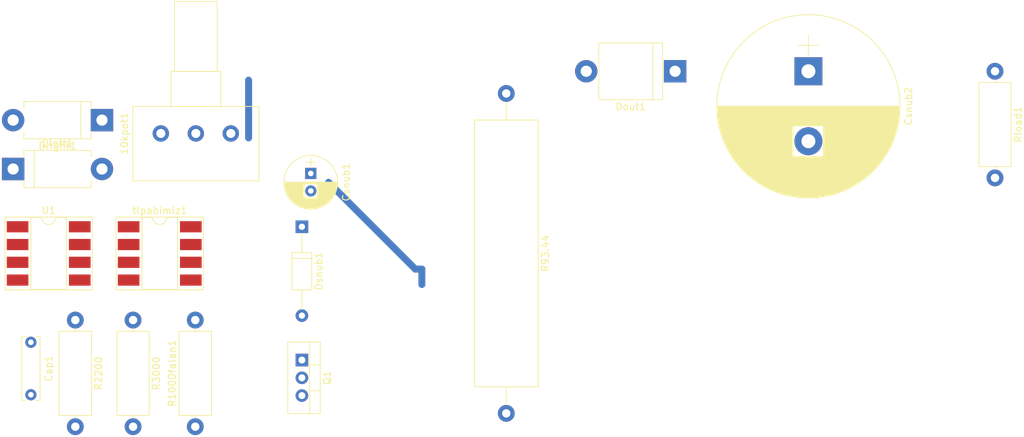
<source format=kicad_pcb>
(kicad_pcb (version 4) (host pcbnew 4.0.7)

  (general
    (links 25)
    (no_connects 25)
    (area 59.084999 76.174999 205.48 138.645001)
    (thickness 1.6)
    (drawings 0)
    (tracks 4)
    (zones 0)
    (modules 16)
    (nets 19)
  )

  (page A4)
  (layers
    (0 F.Cu signal)
    (31 B.Cu signal hide)
    (32 B.Adhes user)
    (33 F.Adhes user)
    (34 B.Paste user)
    (35 F.Paste user)
    (36 B.SilkS user)
    (37 F.SilkS user)
    (38 B.Mask user)
    (39 F.Mask user)
    (40 Dwgs.User user)
    (41 Cmts.User user)
    (42 Eco1.User user)
    (43 Eco2.User user)
    (44 Edge.Cuts user)
    (45 Margin user)
    (46 B.CrtYd user)
    (47 F.CrtYd user)
    (48 B.Fab user)
    (49 F.Fab user)
  )

  (setup
    (last_trace_width 2.2)
    (trace_clearance 0)
    (zone_clearance 0.508)
    (zone_45_only no)
    (trace_min 0.2)
    (segment_width 0.2)
    (edge_width 0.15)
    (via_size 0.6)
    (via_drill 0.4)
    (via_min_size 0.4)
    (via_min_drill 0.3)
    (uvia_size 0.3)
    (uvia_drill 0.1)
    (uvias_allowed no)
    (uvia_min_size 0.2)
    (uvia_min_drill 0.1)
    (pcb_text_width 0.3)
    (pcb_text_size 1.5 1.5)
    (mod_edge_width 0.15)
    (mod_text_size 1 1)
    (mod_text_width 0.15)
    (pad_size 3.50012 3.50012)
    (pad_drill 1.19888)
    (pad_to_mask_clearance 0.2)
    (aux_axis_origin 0 0)
    (visible_elements 7FFFFFFF)
    (pcbplotparams
      (layerselection 0x00030_80000001)
      (usegerberextensions false)
      (excludeedgelayer true)
      (linewidth 0.100000)
      (plotframeref false)
      (viasonmask false)
      (mode 1)
      (useauxorigin false)
      (hpglpennumber 1)
      (hpglpenspeed 20)
      (hpglpendiameter 15)
      (hpglpenoverlay 2)
      (psnegative false)
      (psa4output false)
      (plotreference true)
      (plotvalue true)
      (plotinvisibletext false)
      (padsonsilk false)
      (subtractmaskfromsilk false)
      (outputformat 1)
      (mirror false)
      (drillshape 1)
      (scaleselection 1)
      (outputdirectory ""))
  )

  (net 0 "")
  (net 1 "Net-(10kpot1-Pad3)")
  (net 2 "Net-(10kpot1-Pad2)")
  (net 3 "Net-(10kpot1-Pad1)")
  (net 4 "Net-(Cap1-Pad1)")
  (net 5 Earth)
  (net 6 "Net-(Csnub1-Pad1)")
  (net 7 "Net-(Csnub1-Pad2)")
  (net 8 "Net-(Csnub2-Pad1)")
  (net 9 "Net-(Csnub2-Pad2)")
  (net 10 "Net-(Dsnub1-Pad2)")
  (net 11 "Net-(Q1-Pad1)")
  (net 12 "Net-(R1000falan1-Pad1)")
  (net 13 "Net-(R2200-Pad1)")
  (net 14 "Net-(tlpabimiz1-Pad1)")
  (net 15 "Net-(tlpabimiz1-Pad4)")
  (net 16 +12V)
  (net 17 -12VA)
  (net 18 "Net-(Dout1-Pad2)")

  (net_class Default "This is the default net class."
    (clearance 0)
    (trace_width 2.2)
    (via_dia 0.6)
    (via_drill 0.4)
    (uvia_dia 0.3)
    (uvia_drill 0.1)
    (add_net +12V)
    (add_net -12VA)
    (add_net Earth)
    (add_net "Net-(10kpot1-Pad1)")
    (add_net "Net-(10kpot1-Pad2)")
    (add_net "Net-(10kpot1-Pad3)")
    (add_net "Net-(Cap1-Pad1)")
    (add_net "Net-(Csnub1-Pad1)")
    (add_net "Net-(Csnub1-Pad2)")
    (add_net "Net-(Csnub2-Pad1)")
    (add_net "Net-(Csnub2-Pad2)")
    (add_net "Net-(Dout1-Pad2)")
    (add_net "Net-(Dsnub1-Pad2)")
    (add_net "Net-(Q1-Pad1)")
    (add_net "Net-(R1000falan1-Pad1)")
    (add_net "Net-(R2200-Pad1)")
    (add_net "Net-(tlpabimiz1-Pad1)")
    (add_net "Net-(tlpabimiz1-Pad4)")
  )

  (module Potentiometers:Potentiometer_Alps_RK163_Single_Vertical (layer F.Cu) (tedit 58826D68) (tstamp 5AFC3A6E)
    (at 92.075 95.25 90)
    (descr "Potentiometer, vertically mounted, Omeg PC16PU, Omeg PC16PU, Omeg PC16PU, Vishay/Spectrol 248GJ/249GJ Single, Vishay/Spectrol 248GJ/249GJ Single, Vishay/Spectrol 248GJ/249GJ Single, Vishay/Spectrol 248GH/249GH Single, Vishay/Spectrol 148/149 Single, Vishay/Spectrol 148/149 Single, Vishay/Spectrol 148/149 Single, Vishay/Spectrol 148A/149A Single with mounting plates, Vishay/Spectrol 148/149 Double, Vishay/Spectrol 148A/149A Double with mounting plates, Piher PC-16 Single, Piher PC-16 Single, Piher PC-16 Single, Piher PC-16SV Single, Piher PC-16 Double, Piher PC-16 Triple, Piher T16H Single, Piher T16L Single, Piher T16H Double, Alps RK163 Single, http://www.alps.com/prod/info/E/PDF/Potentiometer/MetalShaft/RK163/RK163.PDF")
    (tags "Potentiometer vertical  Omeg PC16PU  Omeg PC16PU  Omeg PC16PU  Vishay/Spectrol 248GJ/249GJ Single  Vishay/Spectrol 248GJ/249GJ Single  Vishay/Spectrol 248GJ/249GJ Single  Vishay/Spectrol 248GH/249GH Single  Vishay/Spectrol 148/149 Single  Vishay/Spectrol 148/149 Single  Vishay/Spectrol 148/149 Single  Vishay/Spectrol 148A/149A Single with mounting plates  Vishay/Spectrol 148/149 Double  Vishay/Spectrol 148A/149A Double with mounting plates  Piher PC-16 Single  Piher PC-16 Single  Piher PC-16 Single  Piher PC-16SV Single  Piher PC-16 Double  Piher PC-16 Triple  Piher T16H Single  Piher T16L Single  Piher T16H Double  Alps RK163 Single")
    (path /5AFB33CA)
    (fp_text reference 10kpot1 (at 0 -15.2 90) (layer F.SilkS)
      (effects (font (size 1 1) (thickness 0.15)))
    )
    (fp_text value POT (at 0 5.2 90) (layer F.Fab)
      (effects (font (size 1 1) (thickness 0.15)))
    )
    (fp_line (start -6.7 -13.95) (end -6.7 3.95) (layer F.Fab) (width 0.1))
    (fp_line (start -6.7 3.95) (end 3.8 3.95) (layer F.Fab) (width 0.1))
    (fp_line (start 3.8 3.95) (end 3.8 -13.95) (layer F.Fab) (width 0.1))
    (fp_line (start 3.8 -13.95) (end -6.7 -13.95) (layer F.Fab) (width 0.1))
    (fp_line (start 3.8 -8.5) (end 3.8 -1.5) (layer F.Fab) (width 0.1))
    (fp_line (start 3.8 -1.5) (end 8.8 -1.5) (layer F.Fab) (width 0.1))
    (fp_line (start 8.8 -1.5) (end 8.8 -8.5) (layer F.Fab) (width 0.1))
    (fp_line (start 8.8 -8.5) (end 3.8 -8.5) (layer F.Fab) (width 0.1))
    (fp_line (start 8.8 -8) (end 8.8 -2) (layer F.Fab) (width 0.1))
    (fp_line (start 8.8 -2) (end 18.8 -2) (layer F.Fab) (width 0.1))
    (fp_line (start 18.8 -2) (end 18.8 -8) (layer F.Fab) (width 0.1))
    (fp_line (start 18.8 -8) (end 8.8 -8) (layer F.Fab) (width 0.1))
    (fp_line (start -6.76 -14.01) (end 3.86 -14.01) (layer F.SilkS) (width 0.12))
    (fp_line (start -6.76 4.011) (end 3.86 4.011) (layer F.SilkS) (width 0.12))
    (fp_line (start -6.76 -14.01) (end -6.76 4.011) (layer F.SilkS) (width 0.12))
    (fp_line (start 3.86 -14.01) (end 3.86 4.011) (layer F.SilkS) (width 0.12))
    (fp_line (start 3.86 -8.56) (end 8.86 -8.56) (layer F.SilkS) (width 0.12))
    (fp_line (start 3.86 -1.44) (end 8.86 -1.44) (layer F.SilkS) (width 0.12))
    (fp_line (start 3.86 -8.56) (end 3.86 -1.44) (layer F.SilkS) (width 0.12))
    (fp_line (start 8.86 -8.56) (end 8.86 -1.44) (layer F.SilkS) (width 0.12))
    (fp_line (start 8.86 -8.06) (end 18.86 -8.06) (layer F.SilkS) (width 0.12))
    (fp_line (start 8.86 -1.94) (end 18.86 -1.94) (layer F.SilkS) (width 0.12))
    (fp_line (start 8.86 -8.06) (end 8.86 -1.94) (layer F.SilkS) (width 0.12))
    (fp_line (start 18.86 -8.06) (end 18.86 -1.94) (layer F.SilkS) (width 0.12))
    (fp_line (start -6.95 -14.2) (end -6.95 4.2) (layer F.CrtYd) (width 0.05))
    (fp_line (start -6.95 4.2) (end 19.05 4.2) (layer F.CrtYd) (width 0.05))
    (fp_line (start 19.05 4.2) (end 19.05 -14.2) (layer F.CrtYd) (width 0.05))
    (fp_line (start 19.05 -14.2) (end -6.95 -14.2) (layer F.CrtYd) (width 0.05))
    (pad 3 thru_hole circle (at 0 -10 90) (size 2.34 2.34) (drill 1.3) (layers *.Cu *.Mask)
      (net 1 "Net-(10kpot1-Pad3)"))
    (pad 2 thru_hole circle (at 0 -5 90) (size 2.34 2.34) (drill 1.3) (layers *.Cu *.Mask)
      (net 2 "Net-(10kpot1-Pad2)"))
    (pad 1 thru_hole circle (at 0 0 90) (size 2.34 2.34) (drill 1.3) (layers *.Cu *.Mask)
      (net 3 "Net-(10kpot1-Pad1)"))
    (model Potentiometers.3dshapes/Potentiometer_Alps_RK163_Single_Vertical.wrl
      (at (xyz 0 0 0))
      (scale (xyz 1 1 1))
      (rotate (xyz 0 0 0))
    )
  )

  (module Capacitors_THT:C_Rect_L9.0mm_W2.5mm_P7.50mm_MKT (layer F.Cu) (tedit 597BC7C2) (tstamp 5AFC3A83)
    (at 63.5 125.095 270)
    (descr "C, Rect series, Radial, pin pitch=7.50mm, , length*width=9*2.5mm^2, Capacitor, https://en.tdk.eu/inf/20/20/db/fc_2009/MKT_B32560_564.pdf")
    (tags "C Rect series Radial pin pitch 7.50mm  length 9mm width 2.5mm Capacitor")
    (path /5AFB1297)
    (fp_text reference Cap1 (at 3.75 -2.56 270) (layer F.SilkS)
      (effects (font (size 1 1) (thickness 0.15)))
    )
    (fp_text value C (at 3.75 2.56 270) (layer F.Fab)
      (effects (font (size 1 1) (thickness 0.15)))
    )
    (fp_line (start -0.75 -1.25) (end -0.75 1.25) (layer F.Fab) (width 0.1))
    (fp_line (start -0.75 1.25) (end 8.25 1.25) (layer F.Fab) (width 0.1))
    (fp_line (start 8.25 1.25) (end 8.25 -1.25) (layer F.Fab) (width 0.1))
    (fp_line (start 8.25 -1.25) (end -0.75 -1.25) (layer F.Fab) (width 0.1))
    (fp_line (start -0.81 -1.31) (end 8.31 -1.31) (layer F.SilkS) (width 0.12))
    (fp_line (start -0.81 1.31) (end 8.31 1.31) (layer F.SilkS) (width 0.12))
    (fp_line (start -0.81 -1.31) (end -0.81 -0.75) (layer F.SilkS) (width 0.12))
    (fp_line (start -0.81 0.75) (end -0.81 1.31) (layer F.SilkS) (width 0.12))
    (fp_line (start 8.31 -1.31) (end 8.31 -0.75) (layer F.SilkS) (width 0.12))
    (fp_line (start 8.31 0.75) (end 8.31 1.31) (layer F.SilkS) (width 0.12))
    (fp_line (start -1.1 -1.6) (end -1.1 1.6) (layer F.CrtYd) (width 0.05))
    (fp_line (start -1.1 1.6) (end 8.6 1.6) (layer F.CrtYd) (width 0.05))
    (fp_line (start 8.6 1.6) (end 8.6 -1.6) (layer F.CrtYd) (width 0.05))
    (fp_line (start 8.6 -1.6) (end -1.1 -1.6) (layer F.CrtYd) (width 0.05))
    (fp_text user %R (at 3.75 0 270) (layer F.Fab)
      (effects (font (size 1 1) (thickness 0.15)))
    )
    (pad 1 thru_hole circle (at 0 0 270) (size 1.6 1.6) (drill 0.8) (layers *.Cu *.Mask)
      (net 4 "Net-(Cap1-Pad1)"))
    (pad 2 thru_hole circle (at 7.5 0 270) (size 1.6 1.6) (drill 0.8) (layers *.Cu *.Mask)
      (net 5 Earth))
    (model ${KISYS3DMOD}/Capacitors_THT.3dshapes/C_Rect_L9.0mm_W2.5mm_P7.50mm_MKT.wrl
      (at (xyz 0 0 0))
      (scale (xyz 1 1 1))
      (rotate (xyz 0 0 0))
    )
  )

  (module Capacitors_THT:CP_Radial_D7.5mm_P2.50mm (layer F.Cu) (tedit 597BC7C2) (tstamp 5AFC3B25)
    (at 103.505 100.965 270)
    (descr "CP, Radial series, Radial, pin pitch=2.50mm, , diameter=7.5mm, Electrolytic Capacitor")
    (tags "CP Radial series Radial pin pitch 2.50mm  diameter 7.5mm Electrolytic Capacitor")
    (path /5AFB233C)
    (fp_text reference Csnub1 (at 1.25 -5.06 270) (layer F.SilkS)
      (effects (font (size 1 1) (thickness 0.15)))
    )
    (fp_text value C (at 1.25 5.06 270) (layer F.Fab)
      (effects (font (size 1 1) (thickness 0.15)))
    )
    (fp_circle (center 1.25 0) (end 5 0) (layer F.Fab) (width 0.1))
    (fp_circle (center 1.25 0) (end 5.09 0) (layer F.SilkS) (width 0.12))
    (fp_line (start -2.2 0) (end -1 0) (layer F.Fab) (width 0.1))
    (fp_line (start -1.6 -0.65) (end -1.6 0.65) (layer F.Fab) (width 0.1))
    (fp_line (start 1.25 -3.8) (end 1.25 3.8) (layer F.SilkS) (width 0.12))
    (fp_line (start 1.29 -3.8) (end 1.29 3.8) (layer F.SilkS) (width 0.12))
    (fp_line (start 1.33 -3.8) (end 1.33 3.8) (layer F.SilkS) (width 0.12))
    (fp_line (start 1.37 -3.799) (end 1.37 3.799) (layer F.SilkS) (width 0.12))
    (fp_line (start 1.41 -3.797) (end 1.41 3.797) (layer F.SilkS) (width 0.12))
    (fp_line (start 1.45 -3.795) (end 1.45 3.795) (layer F.SilkS) (width 0.12))
    (fp_line (start 1.49 -3.793) (end 1.49 3.793) (layer F.SilkS) (width 0.12))
    (fp_line (start 1.53 -3.79) (end 1.53 -0.98) (layer F.SilkS) (width 0.12))
    (fp_line (start 1.53 0.98) (end 1.53 3.79) (layer F.SilkS) (width 0.12))
    (fp_line (start 1.57 -3.787) (end 1.57 -0.98) (layer F.SilkS) (width 0.12))
    (fp_line (start 1.57 0.98) (end 1.57 3.787) (layer F.SilkS) (width 0.12))
    (fp_line (start 1.61 -3.784) (end 1.61 -0.98) (layer F.SilkS) (width 0.12))
    (fp_line (start 1.61 0.98) (end 1.61 3.784) (layer F.SilkS) (width 0.12))
    (fp_line (start 1.65 -3.78) (end 1.65 -0.98) (layer F.SilkS) (width 0.12))
    (fp_line (start 1.65 0.98) (end 1.65 3.78) (layer F.SilkS) (width 0.12))
    (fp_line (start 1.69 -3.775) (end 1.69 -0.98) (layer F.SilkS) (width 0.12))
    (fp_line (start 1.69 0.98) (end 1.69 3.775) (layer F.SilkS) (width 0.12))
    (fp_line (start 1.73 -3.77) (end 1.73 -0.98) (layer F.SilkS) (width 0.12))
    (fp_line (start 1.73 0.98) (end 1.73 3.77) (layer F.SilkS) (width 0.12))
    (fp_line (start 1.77 -3.765) (end 1.77 -0.98) (layer F.SilkS) (width 0.12))
    (fp_line (start 1.77 0.98) (end 1.77 3.765) (layer F.SilkS) (width 0.12))
    (fp_line (start 1.81 -3.759) (end 1.81 -0.98) (layer F.SilkS) (width 0.12))
    (fp_line (start 1.81 0.98) (end 1.81 3.759) (layer F.SilkS) (width 0.12))
    (fp_line (start 1.85 -3.753) (end 1.85 -0.98) (layer F.SilkS) (width 0.12))
    (fp_line (start 1.85 0.98) (end 1.85 3.753) (layer F.SilkS) (width 0.12))
    (fp_line (start 1.89 -3.747) (end 1.89 -0.98) (layer F.SilkS) (width 0.12))
    (fp_line (start 1.89 0.98) (end 1.89 3.747) (layer F.SilkS) (width 0.12))
    (fp_line (start 1.93 -3.74) (end 1.93 -0.98) (layer F.SilkS) (width 0.12))
    (fp_line (start 1.93 0.98) (end 1.93 3.74) (layer F.SilkS) (width 0.12))
    (fp_line (start 1.971 -3.732) (end 1.971 -0.98) (layer F.SilkS) (width 0.12))
    (fp_line (start 1.971 0.98) (end 1.971 3.732) (layer F.SilkS) (width 0.12))
    (fp_line (start 2.011 -3.725) (end 2.011 -0.98) (layer F.SilkS) (width 0.12))
    (fp_line (start 2.011 0.98) (end 2.011 3.725) (layer F.SilkS) (width 0.12))
    (fp_line (start 2.051 -3.716) (end 2.051 -0.98) (layer F.SilkS) (width 0.12))
    (fp_line (start 2.051 0.98) (end 2.051 3.716) (layer F.SilkS) (width 0.12))
    (fp_line (start 2.091 -3.707) (end 2.091 -0.98) (layer F.SilkS) (width 0.12))
    (fp_line (start 2.091 0.98) (end 2.091 3.707) (layer F.SilkS) (width 0.12))
    (fp_line (start 2.131 -3.698) (end 2.131 -0.98) (layer F.SilkS) (width 0.12))
    (fp_line (start 2.131 0.98) (end 2.131 3.698) (layer F.SilkS) (width 0.12))
    (fp_line (start 2.171 -3.689) (end 2.171 -0.98) (layer F.SilkS) (width 0.12))
    (fp_line (start 2.171 0.98) (end 2.171 3.689) (layer F.SilkS) (width 0.12))
    (fp_line (start 2.211 -3.679) (end 2.211 -0.98) (layer F.SilkS) (width 0.12))
    (fp_line (start 2.211 0.98) (end 2.211 3.679) (layer F.SilkS) (width 0.12))
    (fp_line (start 2.251 -3.668) (end 2.251 -0.98) (layer F.SilkS) (width 0.12))
    (fp_line (start 2.251 0.98) (end 2.251 3.668) (layer F.SilkS) (width 0.12))
    (fp_line (start 2.291 -3.657) (end 2.291 -0.98) (layer F.SilkS) (width 0.12))
    (fp_line (start 2.291 0.98) (end 2.291 3.657) (layer F.SilkS) (width 0.12))
    (fp_line (start 2.331 -3.645) (end 2.331 -0.98) (layer F.SilkS) (width 0.12))
    (fp_line (start 2.331 0.98) (end 2.331 3.645) (layer F.SilkS) (width 0.12))
    (fp_line (start 2.371 -3.634) (end 2.371 -0.98) (layer F.SilkS) (width 0.12))
    (fp_line (start 2.371 0.98) (end 2.371 3.634) (layer F.SilkS) (width 0.12))
    (fp_line (start 2.411 -3.621) (end 2.411 -0.98) (layer F.SilkS) (width 0.12))
    (fp_line (start 2.411 0.98) (end 2.411 3.621) (layer F.SilkS) (width 0.12))
    (fp_line (start 2.451 -3.608) (end 2.451 -0.98) (layer F.SilkS) (width 0.12))
    (fp_line (start 2.451 0.98) (end 2.451 3.608) (layer F.SilkS) (width 0.12))
    (fp_line (start 2.491 -3.595) (end 2.491 -0.98) (layer F.SilkS) (width 0.12))
    (fp_line (start 2.491 0.98) (end 2.491 3.595) (layer F.SilkS) (width 0.12))
    (fp_line (start 2.531 -3.581) (end 2.531 -0.98) (layer F.SilkS) (width 0.12))
    (fp_line (start 2.531 0.98) (end 2.531 3.581) (layer F.SilkS) (width 0.12))
    (fp_line (start 2.571 -3.566) (end 2.571 -0.98) (layer F.SilkS) (width 0.12))
    (fp_line (start 2.571 0.98) (end 2.571 3.566) (layer F.SilkS) (width 0.12))
    (fp_line (start 2.611 -3.552) (end 2.611 -0.98) (layer F.SilkS) (width 0.12))
    (fp_line (start 2.611 0.98) (end 2.611 3.552) (layer F.SilkS) (width 0.12))
    (fp_line (start 2.651 -3.536) (end 2.651 -0.98) (layer F.SilkS) (width 0.12))
    (fp_line (start 2.651 0.98) (end 2.651 3.536) (layer F.SilkS) (width 0.12))
    (fp_line (start 2.691 -3.52) (end 2.691 -0.98) (layer F.SilkS) (width 0.12))
    (fp_line (start 2.691 0.98) (end 2.691 3.52) (layer F.SilkS) (width 0.12))
    (fp_line (start 2.731 -3.504) (end 2.731 -0.98) (layer F.SilkS) (width 0.12))
    (fp_line (start 2.731 0.98) (end 2.731 3.504) (layer F.SilkS) (width 0.12))
    (fp_line (start 2.771 -3.487) (end 2.771 -0.98) (layer F.SilkS) (width 0.12))
    (fp_line (start 2.771 0.98) (end 2.771 3.487) (layer F.SilkS) (width 0.12))
    (fp_line (start 2.811 -3.469) (end 2.811 -0.98) (layer F.SilkS) (width 0.12))
    (fp_line (start 2.811 0.98) (end 2.811 3.469) (layer F.SilkS) (width 0.12))
    (fp_line (start 2.851 -3.451) (end 2.851 -0.98) (layer F.SilkS) (width 0.12))
    (fp_line (start 2.851 0.98) (end 2.851 3.451) (layer F.SilkS) (width 0.12))
    (fp_line (start 2.891 -3.433) (end 2.891 -0.98) (layer F.SilkS) (width 0.12))
    (fp_line (start 2.891 0.98) (end 2.891 3.433) (layer F.SilkS) (width 0.12))
    (fp_line (start 2.931 -3.413) (end 2.931 -0.98) (layer F.SilkS) (width 0.12))
    (fp_line (start 2.931 0.98) (end 2.931 3.413) (layer F.SilkS) (width 0.12))
    (fp_line (start 2.971 -3.394) (end 2.971 -0.98) (layer F.SilkS) (width 0.12))
    (fp_line (start 2.971 0.98) (end 2.971 3.394) (layer F.SilkS) (width 0.12))
    (fp_line (start 3.011 -3.373) (end 3.011 -0.98) (layer F.SilkS) (width 0.12))
    (fp_line (start 3.011 0.98) (end 3.011 3.373) (layer F.SilkS) (width 0.12))
    (fp_line (start 3.051 -3.352) (end 3.051 -0.98) (layer F.SilkS) (width 0.12))
    (fp_line (start 3.051 0.98) (end 3.051 3.352) (layer F.SilkS) (width 0.12))
    (fp_line (start 3.091 -3.331) (end 3.091 -0.98) (layer F.SilkS) (width 0.12))
    (fp_line (start 3.091 0.98) (end 3.091 3.331) (layer F.SilkS) (width 0.12))
    (fp_line (start 3.131 -3.309) (end 3.131 -0.98) (layer F.SilkS) (width 0.12))
    (fp_line (start 3.131 0.98) (end 3.131 3.309) (layer F.SilkS) (width 0.12))
    (fp_line (start 3.171 -3.286) (end 3.171 -0.98) (layer F.SilkS) (width 0.12))
    (fp_line (start 3.171 0.98) (end 3.171 3.286) (layer F.SilkS) (width 0.12))
    (fp_line (start 3.211 -3.263) (end 3.211 -0.98) (layer F.SilkS) (width 0.12))
    (fp_line (start 3.211 0.98) (end 3.211 3.263) (layer F.SilkS) (width 0.12))
    (fp_line (start 3.251 -3.239) (end 3.251 -0.98) (layer F.SilkS) (width 0.12))
    (fp_line (start 3.251 0.98) (end 3.251 3.239) (layer F.SilkS) (width 0.12))
    (fp_line (start 3.291 -3.214) (end 3.291 -0.98) (layer F.SilkS) (width 0.12))
    (fp_line (start 3.291 0.98) (end 3.291 3.214) (layer F.SilkS) (width 0.12))
    (fp_line (start 3.331 -3.188) (end 3.331 -0.98) (layer F.SilkS) (width 0.12))
    (fp_line (start 3.331 0.98) (end 3.331 3.188) (layer F.SilkS) (width 0.12))
    (fp_line (start 3.371 -3.162) (end 3.371 -0.98) (layer F.SilkS) (width 0.12))
    (fp_line (start 3.371 0.98) (end 3.371 3.162) (layer F.SilkS) (width 0.12))
    (fp_line (start 3.411 -3.135) (end 3.411 -0.98) (layer F.SilkS) (width 0.12))
    (fp_line (start 3.411 0.98) (end 3.411 3.135) (layer F.SilkS) (width 0.12))
    (fp_line (start 3.451 -3.108) (end 3.451 -0.98) (layer F.SilkS) (width 0.12))
    (fp_line (start 3.451 0.98) (end 3.451 3.108) (layer F.SilkS) (width 0.12))
    (fp_line (start 3.491 -3.079) (end 3.491 3.079) (layer F.SilkS) (width 0.12))
    (fp_line (start 3.531 -3.05) (end 3.531 3.05) (layer F.SilkS) (width 0.12))
    (fp_line (start 3.571 -3.02) (end 3.571 3.02) (layer F.SilkS) (width 0.12))
    (fp_line (start 3.611 -2.99) (end 3.611 2.99) (layer F.SilkS) (width 0.12))
    (fp_line (start 3.651 -2.958) (end 3.651 2.958) (layer F.SilkS) (width 0.12))
    (fp_line (start 3.691 -2.926) (end 3.691 2.926) (layer F.SilkS) (width 0.12))
    (fp_line (start 3.731 -2.892) (end 3.731 2.892) (layer F.SilkS) (width 0.12))
    (fp_line (start 3.771 -2.858) (end 3.771 2.858) (layer F.SilkS) (width 0.12))
    (fp_line (start 3.811 -2.823) (end 3.811 2.823) (layer F.SilkS) (width 0.12))
    (fp_line (start 3.851 -2.786) (end 3.851 2.786) (layer F.SilkS) (width 0.12))
    (fp_line (start 3.891 -2.749) (end 3.891 2.749) (layer F.SilkS) (width 0.12))
    (fp_line (start 3.931 -2.711) (end 3.931 2.711) (layer F.SilkS) (width 0.12))
    (fp_line (start 3.971 -2.671) (end 3.971 2.671) (layer F.SilkS) (width 0.12))
    (fp_line (start 4.011 -2.63) (end 4.011 2.63) (layer F.SilkS) (width 0.12))
    (fp_line (start 4.051 -2.588) (end 4.051 2.588) (layer F.SilkS) (width 0.12))
    (fp_line (start 4.091 -2.545) (end 4.091 2.545) (layer F.SilkS) (width 0.12))
    (fp_line (start 4.131 -2.5) (end 4.131 2.5) (layer F.SilkS) (width 0.12))
    (fp_line (start 4.171 -2.454) (end 4.171 2.454) (layer F.SilkS) (width 0.12))
    (fp_line (start 4.211 -2.407) (end 4.211 2.407) (layer F.SilkS) (width 0.12))
    (fp_line (start 4.251 -2.357) (end 4.251 2.357) (layer F.SilkS) (width 0.12))
    (fp_line (start 4.291 -2.307) (end 4.291 2.307) (layer F.SilkS) (width 0.12))
    (fp_line (start 4.331 -2.254) (end 4.331 2.254) (layer F.SilkS) (width 0.12))
    (fp_line (start 4.371 -2.199) (end 4.371 2.199) (layer F.SilkS) (width 0.12))
    (fp_line (start 4.411 -2.142) (end 4.411 2.142) (layer F.SilkS) (width 0.12))
    (fp_line (start 4.451 -2.083) (end 4.451 2.083) (layer F.SilkS) (width 0.12))
    (fp_line (start 4.491 -2.022) (end 4.491 2.022) (layer F.SilkS) (width 0.12))
    (fp_line (start 4.531 -1.957) (end 4.531 1.957) (layer F.SilkS) (width 0.12))
    (fp_line (start 4.571 -1.89) (end 4.571 1.89) (layer F.SilkS) (width 0.12))
    (fp_line (start 4.611 -1.82) (end 4.611 1.82) (layer F.SilkS) (width 0.12))
    (fp_line (start 4.651 -1.745) (end 4.651 1.745) (layer F.SilkS) (width 0.12))
    (fp_line (start 4.691 -1.667) (end 4.691 1.667) (layer F.SilkS) (width 0.12))
    (fp_line (start 4.731 -1.584) (end 4.731 1.584) (layer F.SilkS) (width 0.12))
    (fp_line (start 4.771 -1.495) (end 4.771 1.495) (layer F.SilkS) (width 0.12))
    (fp_line (start 4.811 -1.4) (end 4.811 1.4) (layer F.SilkS) (width 0.12))
    (fp_line (start 4.851 -1.297) (end 4.851 1.297) (layer F.SilkS) (width 0.12))
    (fp_line (start 4.891 -1.184) (end 4.891 1.184) (layer F.SilkS) (width 0.12))
    (fp_line (start 4.931 -1.057) (end 4.931 1.057) (layer F.SilkS) (width 0.12))
    (fp_line (start 4.971 -0.913) (end 4.971 0.913) (layer F.SilkS) (width 0.12))
    (fp_line (start 5.011 -0.74) (end 5.011 0.74) (layer F.SilkS) (width 0.12))
    (fp_line (start 5.051 -0.513) (end 5.051 0.513) (layer F.SilkS) (width 0.12))
    (fp_line (start -2.2 0) (end -1 0) (layer F.SilkS) (width 0.12))
    (fp_line (start -1.6 -0.65) (end -1.6 0.65) (layer F.SilkS) (width 0.12))
    (fp_line (start -2.85 -4.1) (end -2.85 4.1) (layer F.CrtYd) (width 0.05))
    (fp_line (start -2.85 4.1) (end 5.35 4.1) (layer F.CrtYd) (width 0.05))
    (fp_line (start 5.35 4.1) (end 5.35 -4.1) (layer F.CrtYd) (width 0.05))
    (fp_line (start 5.35 -4.1) (end -2.85 -4.1) (layer F.CrtYd) (width 0.05))
    (fp_text user %R (at 1.25 0 270) (layer F.Fab)
      (effects (font (size 1 1) (thickness 0.15)))
    )
    (pad 1 thru_hole rect (at 0 0 270) (size 1.6 1.6) (drill 0.8) (layers *.Cu *.Mask)
      (net 6 "Net-(Csnub1-Pad1)"))
    (pad 2 thru_hole circle (at 2.5 0 270) (size 1.6 1.6) (drill 0.8) (layers *.Cu *.Mask)
      (net 7 "Net-(Csnub1-Pad2)"))
    (model ${KISYS3DMOD}/Capacitors_THT.3dshapes/CP_Radial_D7.5mm_P2.50mm.wrl
      (at (xyz 0 0 0))
      (scale (xyz 1 1 1))
      (rotate (xyz 0 0 0))
    )
  )

  (module Capacitors_THT:CP_Radial_D26.0mm_P10.00mm_SnapIn (layer F.Cu) (tedit 597BC7C2) (tstamp 5AFC3CEB)
    (at 174.625 86.36 270)
    (descr "CP, Radial series, Radial, pin pitch=10.00mm, , diameter=26mm, Electrolytic Capacitor, , http://www.vishay.com/docs/28342/058059pll-si.pdf")
    (tags "CP Radial series Radial pin pitch 10.00mm  diameter 26mm Electrolytic Capacitor")
    (path /5AFB27F5)
    (fp_text reference Csnub2 (at 5 -14.31 270) (layer F.SilkS)
      (effects (font (size 1 1) (thickness 0.15)))
    )
    (fp_text value C (at 5 14.31 270) (layer F.Fab)
      (effects (font (size 1 1) (thickness 0.15)))
    )
    (fp_circle (center 5 0) (end 18 0) (layer F.Fab) (width 0.1))
    (fp_circle (center 5 0) (end 18.09 0) (layer F.SilkS) (width 0.12))
    (fp_line (start -5.2 0) (end -2.2 0) (layer F.Fab) (width 0.1))
    (fp_line (start -3.7 -1.5) (end -3.7 1.5) (layer F.Fab) (width 0.1))
    (fp_line (start 5 -13.05) (end 5 13.05) (layer F.SilkS) (width 0.12))
    (fp_line (start 5.04 -13.05) (end 5.04 13.05) (layer F.SilkS) (width 0.12))
    (fp_line (start 5.08 -13.05) (end 5.08 13.05) (layer F.SilkS) (width 0.12))
    (fp_line (start 5.12 -13.05) (end 5.12 13.05) (layer F.SilkS) (width 0.12))
    (fp_line (start 5.16 -13.05) (end 5.16 13.05) (layer F.SilkS) (width 0.12))
    (fp_line (start 5.2 -13.049) (end 5.2 13.049) (layer F.SilkS) (width 0.12))
    (fp_line (start 5.24 -13.048) (end 5.24 13.048) (layer F.SilkS) (width 0.12))
    (fp_line (start 5.28 -13.048) (end 5.28 13.048) (layer F.SilkS) (width 0.12))
    (fp_line (start 5.32 -13.047) (end 5.32 13.047) (layer F.SilkS) (width 0.12))
    (fp_line (start 5.36 -13.046) (end 5.36 13.046) (layer F.SilkS) (width 0.12))
    (fp_line (start 5.4 -13.044) (end 5.4 13.044) (layer F.SilkS) (width 0.12))
    (fp_line (start 5.44 -13.043) (end 5.44 13.043) (layer F.SilkS) (width 0.12))
    (fp_line (start 5.48 -13.042) (end 5.48 13.042) (layer F.SilkS) (width 0.12))
    (fp_line (start 5.52 -13.04) (end 5.52 13.04) (layer F.SilkS) (width 0.12))
    (fp_line (start 5.56 -13.039) (end 5.56 13.039) (layer F.SilkS) (width 0.12))
    (fp_line (start 5.6 -13.037) (end 5.6 13.037) (layer F.SilkS) (width 0.12))
    (fp_line (start 5.64 -13.035) (end 5.64 13.035) (layer F.SilkS) (width 0.12))
    (fp_line (start 5.68 -13.033) (end 5.68 13.033) (layer F.SilkS) (width 0.12))
    (fp_line (start 5.721 -13.031) (end 5.721 13.031) (layer F.SilkS) (width 0.12))
    (fp_line (start 5.761 -13.028) (end 5.761 13.028) (layer F.SilkS) (width 0.12))
    (fp_line (start 5.801 -13.026) (end 5.801 13.026) (layer F.SilkS) (width 0.12))
    (fp_line (start 5.841 -13.024) (end 5.841 13.024) (layer F.SilkS) (width 0.12))
    (fp_line (start 5.881 -13.021) (end 5.881 13.021) (layer F.SilkS) (width 0.12))
    (fp_line (start 5.921 -13.018) (end 5.921 13.018) (layer F.SilkS) (width 0.12))
    (fp_line (start 5.961 -13.015) (end 5.961 13.015) (layer F.SilkS) (width 0.12))
    (fp_line (start 6.001 -13.012) (end 6.001 13.012) (layer F.SilkS) (width 0.12))
    (fp_line (start 6.041 -13.009) (end 6.041 13.009) (layer F.SilkS) (width 0.12))
    (fp_line (start 6.081 -13.006) (end 6.081 13.006) (layer F.SilkS) (width 0.12))
    (fp_line (start 6.121 -13.002) (end 6.121 13.002) (layer F.SilkS) (width 0.12))
    (fp_line (start 6.161 -12.999) (end 6.161 12.999) (layer F.SilkS) (width 0.12))
    (fp_line (start 6.201 -12.995) (end 6.201 12.995) (layer F.SilkS) (width 0.12))
    (fp_line (start 6.241 -12.992) (end 6.241 12.992) (layer F.SilkS) (width 0.12))
    (fp_line (start 6.281 -12.988) (end 6.281 12.988) (layer F.SilkS) (width 0.12))
    (fp_line (start 6.321 -12.984) (end 6.321 12.984) (layer F.SilkS) (width 0.12))
    (fp_line (start 6.361 -12.98) (end 6.361 12.98) (layer F.SilkS) (width 0.12))
    (fp_line (start 6.401 -12.975) (end 6.401 12.975) (layer F.SilkS) (width 0.12))
    (fp_line (start 6.441 -12.971) (end 6.441 12.971) (layer F.SilkS) (width 0.12))
    (fp_line (start 6.481 -12.967) (end 6.481 12.967) (layer F.SilkS) (width 0.12))
    (fp_line (start 6.521 -12.962) (end 6.521 12.962) (layer F.SilkS) (width 0.12))
    (fp_line (start 6.561 -12.957) (end 6.561 12.957) (layer F.SilkS) (width 0.12))
    (fp_line (start 6.601 -12.952) (end 6.601 12.952) (layer F.SilkS) (width 0.12))
    (fp_line (start 6.641 -12.947) (end 6.641 12.947) (layer F.SilkS) (width 0.12))
    (fp_line (start 6.681 -12.942) (end 6.681 12.942) (layer F.SilkS) (width 0.12))
    (fp_line (start 6.721 -12.937) (end 6.721 12.937) (layer F.SilkS) (width 0.12))
    (fp_line (start 6.761 -12.932) (end 6.761 12.932) (layer F.SilkS) (width 0.12))
    (fp_line (start 6.801 -12.926) (end 6.801 12.926) (layer F.SilkS) (width 0.12))
    (fp_line (start 6.841 -12.921) (end 6.841 12.921) (layer F.SilkS) (width 0.12))
    (fp_line (start 6.881 -12.915) (end 6.881 12.915) (layer F.SilkS) (width 0.12))
    (fp_line (start 6.921 -12.909) (end 6.921 12.909) (layer F.SilkS) (width 0.12))
    (fp_line (start 6.961 -12.903) (end 6.961 12.903) (layer F.SilkS) (width 0.12))
    (fp_line (start 7.001 -12.897) (end 7.001 12.897) (layer F.SilkS) (width 0.12))
    (fp_line (start 7.041 -12.891) (end 7.041 12.891) (layer F.SilkS) (width 0.12))
    (fp_line (start 7.081 -12.884) (end 7.081 12.884) (layer F.SilkS) (width 0.12))
    (fp_line (start 7.121 -12.878) (end 7.121 12.878) (layer F.SilkS) (width 0.12))
    (fp_line (start 7.161 -12.871) (end 7.161 12.871) (layer F.SilkS) (width 0.12))
    (fp_line (start 7.201 -12.864) (end 7.201 12.864) (layer F.SilkS) (width 0.12))
    (fp_line (start 7.241 -12.857) (end 7.241 12.857) (layer F.SilkS) (width 0.12))
    (fp_line (start 7.281 -12.85) (end 7.281 12.85) (layer F.SilkS) (width 0.12))
    (fp_line (start 7.321 -12.843) (end 7.321 12.843) (layer F.SilkS) (width 0.12))
    (fp_line (start 7.361 -12.836) (end 7.361 12.836) (layer F.SilkS) (width 0.12))
    (fp_line (start 7.401 -12.829) (end 7.401 12.829) (layer F.SilkS) (width 0.12))
    (fp_line (start 7.441 -12.821) (end 7.441 12.821) (layer F.SilkS) (width 0.12))
    (fp_line (start 7.481 -12.813) (end 7.481 12.813) (layer F.SilkS) (width 0.12))
    (fp_line (start 7.521 -12.806) (end 7.521 12.806) (layer F.SilkS) (width 0.12))
    (fp_line (start 7.561 -12.798) (end 7.561 12.798) (layer F.SilkS) (width 0.12))
    (fp_line (start 7.601 -12.79) (end 7.601 12.79) (layer F.SilkS) (width 0.12))
    (fp_line (start 7.641 -12.782) (end 7.641 12.782) (layer F.SilkS) (width 0.12))
    (fp_line (start 7.681 -12.773) (end 7.681 12.773) (layer F.SilkS) (width 0.12))
    (fp_line (start 7.721 -12.765) (end 7.721 12.765) (layer F.SilkS) (width 0.12))
    (fp_line (start 7.761 -12.756) (end 7.761 12.756) (layer F.SilkS) (width 0.12))
    (fp_line (start 7.801 -12.748) (end 7.801 12.748) (layer F.SilkS) (width 0.12))
    (fp_line (start 7.841 -12.739) (end 7.841 -2.18) (layer F.SilkS) (width 0.12))
    (fp_line (start 7.841 2.18) (end 7.841 12.739) (layer F.SilkS) (width 0.12))
    (fp_line (start 7.881 -12.73) (end 7.881 -2.18) (layer F.SilkS) (width 0.12))
    (fp_line (start 7.881 2.18) (end 7.881 12.73) (layer F.SilkS) (width 0.12))
    (fp_line (start 7.921 -12.721) (end 7.921 -2.18) (layer F.SilkS) (width 0.12))
    (fp_line (start 7.921 2.18) (end 7.921 12.721) (layer F.SilkS) (width 0.12))
    (fp_line (start 7.961 -12.711) (end 7.961 -2.18) (layer F.SilkS) (width 0.12))
    (fp_line (start 7.961 2.18) (end 7.961 12.711) (layer F.SilkS) (width 0.12))
    (fp_line (start 8.001 -12.702) (end 8.001 -2.18) (layer F.SilkS) (width 0.12))
    (fp_line (start 8.001 2.18) (end 8.001 12.702) (layer F.SilkS) (width 0.12))
    (fp_line (start 8.041 -12.693) (end 8.041 -2.18) (layer F.SilkS) (width 0.12))
    (fp_line (start 8.041 2.18) (end 8.041 12.693) (layer F.SilkS) (width 0.12))
    (fp_line (start 8.081 -12.683) (end 8.081 -2.18) (layer F.SilkS) (width 0.12))
    (fp_line (start 8.081 2.18) (end 8.081 12.683) (layer F.SilkS) (width 0.12))
    (fp_line (start 8.121 -12.673) (end 8.121 -2.18) (layer F.SilkS) (width 0.12))
    (fp_line (start 8.121 2.18) (end 8.121 12.673) (layer F.SilkS) (width 0.12))
    (fp_line (start 8.161 -12.663) (end 8.161 -2.18) (layer F.SilkS) (width 0.12))
    (fp_line (start 8.161 2.18) (end 8.161 12.663) (layer F.SilkS) (width 0.12))
    (fp_line (start 8.201 -12.653) (end 8.201 -2.18) (layer F.SilkS) (width 0.12))
    (fp_line (start 8.201 2.18) (end 8.201 12.653) (layer F.SilkS) (width 0.12))
    (fp_line (start 8.241 -12.643) (end 8.241 -2.18) (layer F.SilkS) (width 0.12))
    (fp_line (start 8.241 2.18) (end 8.241 12.643) (layer F.SilkS) (width 0.12))
    (fp_line (start 8.281 -12.633) (end 8.281 -2.18) (layer F.SilkS) (width 0.12))
    (fp_line (start 8.281 2.18) (end 8.281 12.633) (layer F.SilkS) (width 0.12))
    (fp_line (start 8.321 -12.622) (end 8.321 -2.18) (layer F.SilkS) (width 0.12))
    (fp_line (start 8.321 2.18) (end 8.321 12.622) (layer F.SilkS) (width 0.12))
    (fp_line (start 8.361 -12.612) (end 8.361 -2.18) (layer F.SilkS) (width 0.12))
    (fp_line (start 8.361 2.18) (end 8.361 12.612) (layer F.SilkS) (width 0.12))
    (fp_line (start 8.401 -12.601) (end 8.401 -2.18) (layer F.SilkS) (width 0.12))
    (fp_line (start 8.401 2.18) (end 8.401 12.601) (layer F.SilkS) (width 0.12))
    (fp_line (start 8.441 -12.59) (end 8.441 -2.18) (layer F.SilkS) (width 0.12))
    (fp_line (start 8.441 2.18) (end 8.441 12.59) (layer F.SilkS) (width 0.12))
    (fp_line (start 8.481 -12.579) (end 8.481 -2.18) (layer F.SilkS) (width 0.12))
    (fp_line (start 8.481 2.18) (end 8.481 12.579) (layer F.SilkS) (width 0.12))
    (fp_line (start 8.521 -12.568) (end 8.521 -2.18) (layer F.SilkS) (width 0.12))
    (fp_line (start 8.521 2.18) (end 8.521 12.568) (layer F.SilkS) (width 0.12))
    (fp_line (start 8.561 -12.557) (end 8.561 -2.18) (layer F.SilkS) (width 0.12))
    (fp_line (start 8.561 2.18) (end 8.561 12.557) (layer F.SilkS) (width 0.12))
    (fp_line (start 8.601 -12.546) (end 8.601 -2.18) (layer F.SilkS) (width 0.12))
    (fp_line (start 8.601 2.18) (end 8.601 12.546) (layer F.SilkS) (width 0.12))
    (fp_line (start 8.641 -12.534) (end 8.641 -2.18) (layer F.SilkS) (width 0.12))
    (fp_line (start 8.641 2.18) (end 8.641 12.534) (layer F.SilkS) (width 0.12))
    (fp_line (start 8.681 -12.523) (end 8.681 -2.18) (layer F.SilkS) (width 0.12))
    (fp_line (start 8.681 2.18) (end 8.681 12.523) (layer F.SilkS) (width 0.12))
    (fp_line (start 8.721 -12.511) (end 8.721 -2.18) (layer F.SilkS) (width 0.12))
    (fp_line (start 8.721 2.18) (end 8.721 12.511) (layer F.SilkS) (width 0.12))
    (fp_line (start 8.761 -12.499) (end 8.761 -2.18) (layer F.SilkS) (width 0.12))
    (fp_line (start 8.761 2.18) (end 8.761 12.499) (layer F.SilkS) (width 0.12))
    (fp_line (start 8.801 -12.487) (end 8.801 -2.18) (layer F.SilkS) (width 0.12))
    (fp_line (start 8.801 2.18) (end 8.801 12.487) (layer F.SilkS) (width 0.12))
    (fp_line (start 8.841 -12.475) (end 8.841 -2.18) (layer F.SilkS) (width 0.12))
    (fp_line (start 8.841 2.18) (end 8.841 12.475) (layer F.SilkS) (width 0.12))
    (fp_line (start 8.881 -12.462) (end 8.881 -2.18) (layer F.SilkS) (width 0.12))
    (fp_line (start 8.881 2.18) (end 8.881 12.462) (layer F.SilkS) (width 0.12))
    (fp_line (start 8.921 -12.45) (end 8.921 -2.18) (layer F.SilkS) (width 0.12))
    (fp_line (start 8.921 2.18) (end 8.921 12.45) (layer F.SilkS) (width 0.12))
    (fp_line (start 8.961 -12.437) (end 8.961 -2.18) (layer F.SilkS) (width 0.12))
    (fp_line (start 8.961 2.18) (end 8.961 12.437) (layer F.SilkS) (width 0.12))
    (fp_line (start 9.001 -12.424) (end 9.001 -2.18) (layer F.SilkS) (width 0.12))
    (fp_line (start 9.001 2.18) (end 9.001 12.424) (layer F.SilkS) (width 0.12))
    (fp_line (start 9.041 -12.411) (end 9.041 -2.18) (layer F.SilkS) (width 0.12))
    (fp_line (start 9.041 2.18) (end 9.041 12.411) (layer F.SilkS) (width 0.12))
    (fp_line (start 9.081 -12.398) (end 9.081 -2.18) (layer F.SilkS) (width 0.12))
    (fp_line (start 9.081 2.18) (end 9.081 12.398) (layer F.SilkS) (width 0.12))
    (fp_line (start 9.121 -12.385) (end 9.121 -2.18) (layer F.SilkS) (width 0.12))
    (fp_line (start 9.121 2.18) (end 9.121 12.385) (layer F.SilkS) (width 0.12))
    (fp_line (start 9.161 -12.372) (end 9.161 -2.18) (layer F.SilkS) (width 0.12))
    (fp_line (start 9.161 2.18) (end 9.161 12.372) (layer F.SilkS) (width 0.12))
    (fp_line (start 9.201 -12.358) (end 9.201 -2.18) (layer F.SilkS) (width 0.12))
    (fp_line (start 9.201 2.18) (end 9.201 12.358) (layer F.SilkS) (width 0.12))
    (fp_line (start 9.241 -12.345) (end 9.241 -2.18) (layer F.SilkS) (width 0.12))
    (fp_line (start 9.241 2.18) (end 9.241 12.345) (layer F.SilkS) (width 0.12))
    (fp_line (start 9.281 -12.331) (end 9.281 -2.18) (layer F.SilkS) (width 0.12))
    (fp_line (start 9.281 2.18) (end 9.281 12.331) (layer F.SilkS) (width 0.12))
    (fp_line (start 9.321 -12.317) (end 9.321 -2.18) (layer F.SilkS) (width 0.12))
    (fp_line (start 9.321 2.18) (end 9.321 12.317) (layer F.SilkS) (width 0.12))
    (fp_line (start 9.361 -12.303) (end 9.361 -2.18) (layer F.SilkS) (width 0.12))
    (fp_line (start 9.361 2.18) (end 9.361 12.303) (layer F.SilkS) (width 0.12))
    (fp_line (start 9.401 -12.289) (end 9.401 -2.18) (layer F.SilkS) (width 0.12))
    (fp_line (start 9.401 2.18) (end 9.401 12.289) (layer F.SilkS) (width 0.12))
    (fp_line (start 9.441 -12.274) (end 9.441 -2.18) (layer F.SilkS) (width 0.12))
    (fp_line (start 9.441 2.18) (end 9.441 12.274) (layer F.SilkS) (width 0.12))
    (fp_line (start 9.481 -12.26) (end 9.481 -2.18) (layer F.SilkS) (width 0.12))
    (fp_line (start 9.481 2.18) (end 9.481 12.26) (layer F.SilkS) (width 0.12))
    (fp_line (start 9.521 -12.245) (end 9.521 -2.18) (layer F.SilkS) (width 0.12))
    (fp_line (start 9.521 2.18) (end 9.521 12.245) (layer F.SilkS) (width 0.12))
    (fp_line (start 9.561 -12.231) (end 9.561 -2.18) (layer F.SilkS) (width 0.12))
    (fp_line (start 9.561 2.18) (end 9.561 12.231) (layer F.SilkS) (width 0.12))
    (fp_line (start 9.601 -12.216) (end 9.601 -2.18) (layer F.SilkS) (width 0.12))
    (fp_line (start 9.601 2.18) (end 9.601 12.216) (layer F.SilkS) (width 0.12))
    (fp_line (start 9.641 -12.201) (end 9.641 -2.18) (layer F.SilkS) (width 0.12))
    (fp_line (start 9.641 2.18) (end 9.641 12.201) (layer F.SilkS) (width 0.12))
    (fp_line (start 9.681 -12.185) (end 9.681 -2.18) (layer F.SilkS) (width 0.12))
    (fp_line (start 9.681 2.18) (end 9.681 12.185) (layer F.SilkS) (width 0.12))
    (fp_line (start 9.721 -12.17) (end 9.721 -2.18) (layer F.SilkS) (width 0.12))
    (fp_line (start 9.721 2.18) (end 9.721 12.17) (layer F.SilkS) (width 0.12))
    (fp_line (start 9.761 -12.154) (end 9.761 -2.18) (layer F.SilkS) (width 0.12))
    (fp_line (start 9.761 2.18) (end 9.761 12.154) (layer F.SilkS) (width 0.12))
    (fp_line (start 9.801 -12.139) (end 9.801 -2.18) (layer F.SilkS) (width 0.12))
    (fp_line (start 9.801 2.18) (end 9.801 12.139) (layer F.SilkS) (width 0.12))
    (fp_line (start 9.841 -12.123) (end 9.841 -2.18) (layer F.SilkS) (width 0.12))
    (fp_line (start 9.841 2.18) (end 9.841 12.123) (layer F.SilkS) (width 0.12))
    (fp_line (start 9.881 -12.107) (end 9.881 -2.18) (layer F.SilkS) (width 0.12))
    (fp_line (start 9.881 2.18) (end 9.881 12.107) (layer F.SilkS) (width 0.12))
    (fp_line (start 9.921 -12.091) (end 9.921 -2.18) (layer F.SilkS) (width 0.12))
    (fp_line (start 9.921 2.18) (end 9.921 12.091) (layer F.SilkS) (width 0.12))
    (fp_line (start 9.961 -12.074) (end 9.961 -2.18) (layer F.SilkS) (width 0.12))
    (fp_line (start 9.961 2.18) (end 9.961 12.074) (layer F.SilkS) (width 0.12))
    (fp_line (start 10.001 -12.058) (end 10.001 -2.18) (layer F.SilkS) (width 0.12))
    (fp_line (start 10.001 2.18) (end 10.001 12.058) (layer F.SilkS) (width 0.12))
    (fp_line (start 10.041 -12.041) (end 10.041 -2.18) (layer F.SilkS) (width 0.12))
    (fp_line (start 10.041 2.18) (end 10.041 12.041) (layer F.SilkS) (width 0.12))
    (fp_line (start 10.081 -12.025) (end 10.081 -2.18) (layer F.SilkS) (width 0.12))
    (fp_line (start 10.081 2.18) (end 10.081 12.025) (layer F.SilkS) (width 0.12))
    (fp_line (start 10.121 -12.008) (end 10.121 -2.18) (layer F.SilkS) (width 0.12))
    (fp_line (start 10.121 2.18) (end 10.121 12.008) (layer F.SilkS) (width 0.12))
    (fp_line (start 10.161 -11.991) (end 10.161 -2.18) (layer F.SilkS) (width 0.12))
    (fp_line (start 10.161 2.18) (end 10.161 11.991) (layer F.SilkS) (width 0.12))
    (fp_line (start 10.201 -11.973) (end 10.201 -2.18) (layer F.SilkS) (width 0.12))
    (fp_line (start 10.201 2.18) (end 10.201 11.973) (layer F.SilkS) (width 0.12))
    (fp_line (start 10.241 -11.956) (end 10.241 -2.18) (layer F.SilkS) (width 0.12))
    (fp_line (start 10.241 2.18) (end 10.241 11.956) (layer F.SilkS) (width 0.12))
    (fp_line (start 10.281 -11.938) (end 10.281 -2.18) (layer F.SilkS) (width 0.12))
    (fp_line (start 10.281 2.18) (end 10.281 11.938) (layer F.SilkS) (width 0.12))
    (fp_line (start 10.321 -11.921) (end 10.321 -2.18) (layer F.SilkS) (width 0.12))
    (fp_line (start 10.321 2.18) (end 10.321 11.921) (layer F.SilkS) (width 0.12))
    (fp_line (start 10.361 -11.903) (end 10.361 -2.18) (layer F.SilkS) (width 0.12))
    (fp_line (start 10.361 2.18) (end 10.361 11.903) (layer F.SilkS) (width 0.12))
    (fp_line (start 10.401 -11.885) (end 10.401 -2.18) (layer F.SilkS) (width 0.12))
    (fp_line (start 10.401 2.18) (end 10.401 11.885) (layer F.SilkS) (width 0.12))
    (fp_line (start 10.441 -11.867) (end 10.441 -2.18) (layer F.SilkS) (width 0.12))
    (fp_line (start 10.441 2.18) (end 10.441 11.867) (layer F.SilkS) (width 0.12))
    (fp_line (start 10.481 -11.848) (end 10.481 -2.18) (layer F.SilkS) (width 0.12))
    (fp_line (start 10.481 2.18) (end 10.481 11.848) (layer F.SilkS) (width 0.12))
    (fp_line (start 10.521 -11.83) (end 10.521 -2.18) (layer F.SilkS) (width 0.12))
    (fp_line (start 10.521 2.18) (end 10.521 11.83) (layer F.SilkS) (width 0.12))
    (fp_line (start 10.561 -11.811) (end 10.561 -2.18) (layer F.SilkS) (width 0.12))
    (fp_line (start 10.561 2.18) (end 10.561 11.811) (layer F.SilkS) (width 0.12))
    (fp_line (start 10.601 -11.792) (end 10.601 -2.18) (layer F.SilkS) (width 0.12))
    (fp_line (start 10.601 2.18) (end 10.601 11.792) (layer F.SilkS) (width 0.12))
    (fp_line (start 10.641 -11.773) (end 10.641 -2.18) (layer F.SilkS) (width 0.12))
    (fp_line (start 10.641 2.18) (end 10.641 11.773) (layer F.SilkS) (width 0.12))
    (fp_line (start 10.681 -11.754) (end 10.681 -2.18) (layer F.SilkS) (width 0.12))
    (fp_line (start 10.681 2.18) (end 10.681 11.754) (layer F.SilkS) (width 0.12))
    (fp_line (start 10.721 -11.735) (end 10.721 -2.18) (layer F.SilkS) (width 0.12))
    (fp_line (start 10.721 2.18) (end 10.721 11.735) (layer F.SilkS) (width 0.12))
    (fp_line (start 10.761 -11.715) (end 10.761 -2.18) (layer F.SilkS) (width 0.12))
    (fp_line (start 10.761 2.18) (end 10.761 11.715) (layer F.SilkS) (width 0.12))
    (fp_line (start 10.801 -11.695) (end 10.801 -2.18) (layer F.SilkS) (width 0.12))
    (fp_line (start 10.801 2.18) (end 10.801 11.695) (layer F.SilkS) (width 0.12))
    (fp_line (start 10.841 -11.676) (end 10.841 -2.18) (layer F.SilkS) (width 0.12))
    (fp_line (start 10.841 2.18) (end 10.841 11.676) (layer F.SilkS) (width 0.12))
    (fp_line (start 10.881 -11.656) (end 10.881 -2.18) (layer F.SilkS) (width 0.12))
    (fp_line (start 10.881 2.18) (end 10.881 11.656) (layer F.SilkS) (width 0.12))
    (fp_line (start 10.921 -11.635) (end 10.921 -2.18) (layer F.SilkS) (width 0.12))
    (fp_line (start 10.921 2.18) (end 10.921 11.635) (layer F.SilkS) (width 0.12))
    (fp_line (start 10.961 -11.615) (end 10.961 -2.18) (layer F.SilkS) (width 0.12))
    (fp_line (start 10.961 2.18) (end 10.961 11.615) (layer F.SilkS) (width 0.12))
    (fp_line (start 11.001 -11.594) (end 11.001 -2.18) (layer F.SilkS) (width 0.12))
    (fp_line (start 11.001 2.18) (end 11.001 11.594) (layer F.SilkS) (width 0.12))
    (fp_line (start 11.041 -11.574) (end 11.041 -2.18) (layer F.SilkS) (width 0.12))
    (fp_line (start 11.041 2.18) (end 11.041 11.574) (layer F.SilkS) (width 0.12))
    (fp_line (start 11.081 -11.553) (end 11.081 -2.18) (layer F.SilkS) (width 0.12))
    (fp_line (start 11.081 2.18) (end 11.081 11.553) (layer F.SilkS) (width 0.12))
    (fp_line (start 11.121 -11.532) (end 11.121 -2.18) (layer F.SilkS) (width 0.12))
    (fp_line (start 11.121 2.18) (end 11.121 11.532) (layer F.SilkS) (width 0.12))
    (fp_line (start 11.161 -11.51) (end 11.161 -2.18) (layer F.SilkS) (width 0.12))
    (fp_line (start 11.161 2.18) (end 11.161 11.51) (layer F.SilkS) (width 0.12))
    (fp_line (start 11.201 -11.489) (end 11.201 -2.18) (layer F.SilkS) (width 0.12))
    (fp_line (start 11.201 2.18) (end 11.201 11.489) (layer F.SilkS) (width 0.12))
    (fp_line (start 11.241 -11.467) (end 11.241 -2.18) (layer F.SilkS) (width 0.12))
    (fp_line (start 11.241 2.18) (end 11.241 11.467) (layer F.SilkS) (width 0.12))
    (fp_line (start 11.281 -11.446) (end 11.281 -2.18) (layer F.SilkS) (width 0.12))
    (fp_line (start 11.281 2.18) (end 11.281 11.446) (layer F.SilkS) (width 0.12))
    (fp_line (start 11.321 -11.424) (end 11.321 -2.18) (layer F.SilkS) (width 0.12))
    (fp_line (start 11.321 2.18) (end 11.321 11.424) (layer F.SilkS) (width 0.12))
    (fp_line (start 11.361 -11.402) (end 11.361 -2.18) (layer F.SilkS) (width 0.12))
    (fp_line (start 11.361 2.18) (end 11.361 11.402) (layer F.SilkS) (width 0.12))
    (fp_line (start 11.401 -11.379) (end 11.401 -2.18) (layer F.SilkS) (width 0.12))
    (fp_line (start 11.401 2.18) (end 11.401 11.379) (layer F.SilkS) (width 0.12))
    (fp_line (start 11.441 -11.357) (end 11.441 -2.18) (layer F.SilkS) (width 0.12))
    (fp_line (start 11.441 2.18) (end 11.441 11.357) (layer F.SilkS) (width 0.12))
    (fp_line (start 11.481 -11.334) (end 11.481 -2.18) (layer F.SilkS) (width 0.12))
    (fp_line (start 11.481 2.18) (end 11.481 11.334) (layer F.SilkS) (width 0.12))
    (fp_line (start 11.521 -11.311) (end 11.521 -2.18) (layer F.SilkS) (width 0.12))
    (fp_line (start 11.521 2.18) (end 11.521 11.311) (layer F.SilkS) (width 0.12))
    (fp_line (start 11.561 -11.288) (end 11.561 -2.18) (layer F.SilkS) (width 0.12))
    (fp_line (start 11.561 2.18) (end 11.561 11.288) (layer F.SilkS) (width 0.12))
    (fp_line (start 11.601 -11.265) (end 11.601 -2.18) (layer F.SilkS) (width 0.12))
    (fp_line (start 11.601 2.18) (end 11.601 11.265) (layer F.SilkS) (width 0.12))
    (fp_line (start 11.641 -11.241) (end 11.641 -2.18) (layer F.SilkS) (width 0.12))
    (fp_line (start 11.641 2.18) (end 11.641 11.241) (layer F.SilkS) (width 0.12))
    (fp_line (start 11.681 -11.218) (end 11.681 -2.18) (layer F.SilkS) (width 0.12))
    (fp_line (start 11.681 2.18) (end 11.681 11.218) (layer F.SilkS) (width 0.12))
    (fp_line (start 11.721 -11.194) (end 11.721 -2.18) (layer F.SilkS) (width 0.12))
    (fp_line (start 11.721 2.18) (end 11.721 11.194) (layer F.SilkS) (width 0.12))
    (fp_line (start 11.761 -11.17) (end 11.761 -2.18) (layer F.SilkS) (width 0.12))
    (fp_line (start 11.761 2.18) (end 11.761 11.17) (layer F.SilkS) (width 0.12))
    (fp_line (start 11.801 -11.146) (end 11.801 -2.18) (layer F.SilkS) (width 0.12))
    (fp_line (start 11.801 2.18) (end 11.801 11.146) (layer F.SilkS) (width 0.12))
    (fp_line (start 11.841 -11.121) (end 11.841 -2.18) (layer F.SilkS) (width 0.12))
    (fp_line (start 11.841 2.18) (end 11.841 11.121) (layer F.SilkS) (width 0.12))
    (fp_line (start 11.881 -11.097) (end 11.881 -2.18) (layer F.SilkS) (width 0.12))
    (fp_line (start 11.881 2.18) (end 11.881 11.097) (layer F.SilkS) (width 0.12))
    (fp_line (start 11.921 -11.072) (end 11.921 -2.18) (layer F.SilkS) (width 0.12))
    (fp_line (start 11.921 2.18) (end 11.921 11.072) (layer F.SilkS) (width 0.12))
    (fp_line (start 11.961 -11.047) (end 11.961 -2.18) (layer F.SilkS) (width 0.12))
    (fp_line (start 11.961 2.18) (end 11.961 11.047) (layer F.SilkS) (width 0.12))
    (fp_line (start 12.001 -11.022) (end 12.001 -2.18) (layer F.SilkS) (width 0.12))
    (fp_line (start 12.001 2.18) (end 12.001 11.022) (layer F.SilkS) (width 0.12))
    (fp_line (start 12.041 -10.996) (end 12.041 -2.18) (layer F.SilkS) (width 0.12))
    (fp_line (start 12.041 2.18) (end 12.041 10.996) (layer F.SilkS) (width 0.12))
    (fp_line (start 12.081 -10.971) (end 12.081 -2.18) (layer F.SilkS) (width 0.12))
    (fp_line (start 12.081 2.18) (end 12.081 10.971) (layer F.SilkS) (width 0.12))
    (fp_line (start 12.121 -10.945) (end 12.121 -2.18) (layer F.SilkS) (width 0.12))
    (fp_line (start 12.121 2.18) (end 12.121 10.945) (layer F.SilkS) (width 0.12))
    (fp_line (start 12.161 -10.919) (end 12.161 -2.18) (layer F.SilkS) (width 0.12))
    (fp_line (start 12.161 2.18) (end 12.161 10.919) (layer F.SilkS) (width 0.12))
    (fp_line (start 12.201 -10.892) (end 12.201 10.892) (layer F.SilkS) (width 0.12))
    (fp_line (start 12.241 -10.866) (end 12.241 10.866) (layer F.SilkS) (width 0.12))
    (fp_line (start 12.281 -10.839) (end 12.281 10.839) (layer F.SilkS) (width 0.12))
    (fp_line (start 12.321 -10.812) (end 12.321 10.812) (layer F.SilkS) (width 0.12))
    (fp_line (start 12.361 -10.785) (end 12.361 10.785) (layer F.SilkS) (width 0.12))
    (fp_line (start 12.401 -10.758) (end 12.401 10.758) (layer F.SilkS) (width 0.12))
    (fp_line (start 12.441 -10.731) (end 12.441 10.731) (layer F.SilkS) (width 0.12))
    (fp_line (start 12.481 -10.703) (end 12.481 10.703) (layer F.SilkS) (width 0.12))
    (fp_line (start 12.521 -10.675) (end 12.521 10.675) (layer F.SilkS) (width 0.12))
    (fp_line (start 12.561 -10.647) (end 12.561 10.647) (layer F.SilkS) (width 0.12))
    (fp_line (start 12.601 -10.618) (end 12.601 10.618) (layer F.SilkS) (width 0.12))
    (fp_line (start 12.641 -10.59) (end 12.641 10.59) (layer F.SilkS) (width 0.12))
    (fp_line (start 12.681 -10.561) (end 12.681 10.561) (layer F.SilkS) (width 0.12))
    (fp_line (start 12.721 -10.532) (end 12.721 10.532) (layer F.SilkS) (width 0.12))
    (fp_line (start 12.761 -10.502) (end 12.761 10.502) (layer F.SilkS) (width 0.12))
    (fp_line (start 12.801 -10.473) (end 12.801 10.473) (layer F.SilkS) (width 0.12))
    (fp_line (start 12.841 -10.443) (end 12.841 10.443) (layer F.SilkS) (width 0.12))
    (fp_line (start 12.881 -10.413) (end 12.881 10.413) (layer F.SilkS) (width 0.12))
    (fp_line (start 12.921 -10.383) (end 12.921 10.383) (layer F.SilkS) (width 0.12))
    (fp_line (start 12.961 -10.352) (end 12.961 10.352) (layer F.SilkS) (width 0.12))
    (fp_line (start 13.001 -10.321) (end 13.001 10.321) (layer F.SilkS) (width 0.12))
    (fp_line (start 13.041 -10.29) (end 13.041 10.29) (layer F.SilkS) (width 0.12))
    (fp_line (start 13.081 -10.259) (end 13.081 10.259) (layer F.SilkS) (width 0.12))
    (fp_line (start 13.121 -10.228) (end 13.121 10.228) (layer F.SilkS) (width 0.12))
    (fp_line (start 13.161 -10.196) (end 13.161 10.196) (layer F.SilkS) (width 0.12))
    (fp_line (start 13.2 -10.164) (end 13.2 10.164) (layer F.SilkS) (width 0.12))
    (fp_line (start 13.24 -10.132) (end 13.24 10.132) (layer F.SilkS) (width 0.12))
    (fp_line (start 13.28 -10.099) (end 13.28 10.099) (layer F.SilkS) (width 0.12))
    (fp_line (start 13.32 -10.066) (end 13.32 10.066) (layer F.SilkS) (width 0.12))
    (fp_line (start 13.36 -10.033) (end 13.36 10.033) (layer F.SilkS) (width 0.12))
    (fp_line (start 13.4 -10) (end 13.4 10) (layer F.SilkS) (width 0.12))
    (fp_line (start 13.44 -9.966) (end 13.44 9.966) (layer F.SilkS) (width 0.12))
    (fp_line (start 13.48 -9.932) (end 13.48 9.932) (layer F.SilkS) (width 0.12))
    (fp_line (start 13.52 -9.898) (end 13.52 9.898) (layer F.SilkS) (width 0.12))
    (fp_line (start 13.56 -9.864) (end 13.56 9.864) (layer F.SilkS) (width 0.12))
    (fp_line (start 13.6 -9.829) (end 13.6 9.829) (layer F.SilkS) (width 0.12))
    (fp_line (start 13.64 -9.794) (end 13.64 9.794) (layer F.SilkS) (width 0.12))
    (fp_line (start 13.68 -9.759) (end 13.68 9.759) (layer F.SilkS) (width 0.12))
    (fp_line (start 13.72 -9.723) (end 13.72 9.723) (layer F.SilkS) (width 0.12))
    (fp_line (start 13.76 -9.687) (end 13.76 9.687) (layer F.SilkS) (width 0.12))
    (fp_line (start 13.8 -9.651) (end 13.8 9.651) (layer F.SilkS) (width 0.12))
    (fp_line (start 13.84 -9.615) (end 13.84 9.615) (layer F.SilkS) (width 0.12))
    (fp_line (start 13.88 -9.578) (end 13.88 9.578) (layer F.SilkS) (width 0.12))
    (fp_line (start 13.92 -9.541) (end 13.92 9.541) (layer F.SilkS) (width 0.12))
    (fp_line (start 13.96 -9.503) (end 13.96 9.503) (layer F.SilkS) (width 0.12))
    (fp_line (start 14 -9.466) (end 14 9.466) (layer F.SilkS) (width 0.12))
    (fp_line (start 14.04 -9.428) (end 14.04 9.428) (layer F.SilkS) (width 0.12))
    (fp_line (start 14.08 -9.389) (end 14.08 9.389) (layer F.SilkS) (width 0.12))
    (fp_line (start 14.12 -9.351) (end 14.12 9.351) (layer F.SilkS) (width 0.12))
    (fp_line (start 14.16 -9.312) (end 14.16 9.312) (layer F.SilkS) (width 0.12))
    (fp_line (start 14.2 -9.272) (end 14.2 9.272) (layer F.SilkS) (width 0.12))
    (fp_line (start 14.24 -9.233) (end 14.24 9.233) (layer F.SilkS) (width 0.12))
    (fp_line (start 14.28 -9.192) (end 14.28 9.192) (layer F.SilkS) (width 0.12))
    (fp_line (start 14.32 -9.152) (end 14.32 9.152) (layer F.SilkS) (width 0.12))
    (fp_line (start 14.36 -9.111) (end 14.36 9.111) (layer F.SilkS) (width 0.12))
    (fp_line (start 14.4 -9.07) (end 14.4 9.07) (layer F.SilkS) (width 0.12))
    (fp_line (start 14.44 -9.029) (end 14.44 9.029) (layer F.SilkS) (width 0.12))
    (fp_line (start 14.48 -8.987) (end 14.48 8.987) (layer F.SilkS) (width 0.12))
    (fp_line (start 14.52 -8.945) (end 14.52 8.945) (layer F.SilkS) (width 0.12))
    (fp_line (start 14.56 -8.902) (end 14.56 8.902) (layer F.SilkS) (width 0.12))
    (fp_line (start 14.6 -8.859) (end 14.6 8.859) (layer F.SilkS) (width 0.12))
    (fp_line (start 14.64 -8.816) (end 14.64 8.816) (layer F.SilkS) (width 0.12))
    (fp_line (start 14.68 -8.772) (end 14.68 8.772) (layer F.SilkS) (width 0.12))
    (fp_line (start 14.72 -8.728) (end 14.72 8.728) (layer F.SilkS) (width 0.12))
    (fp_line (start 14.76 -8.683) (end 14.76 8.683) (layer F.SilkS) (width 0.12))
    (fp_line (start 14.8 -8.639) (end 14.8 8.639) (layer F.SilkS) (width 0.12))
    (fp_line (start 14.84 -8.593) (end 14.84 8.593) (layer F.SilkS) (width 0.12))
    (fp_line (start 14.88 -8.547) (end 14.88 8.547) (layer F.SilkS) (width 0.12))
    (fp_line (start 14.92 -8.501) (end 14.92 8.501) (layer F.SilkS) (width 0.12))
    (fp_line (start 14.96 -8.454) (end 14.96 8.454) (layer F.SilkS) (width 0.12))
    (fp_line (start 15 -8.407) (end 15 8.407) (layer F.SilkS) (width 0.12))
    (fp_line (start 15.04 -8.36) (end 15.04 8.36) (layer F.SilkS) (width 0.12))
    (fp_line (start 15.08 -8.312) (end 15.08 8.312) (layer F.SilkS) (width 0.12))
    (fp_line (start 15.12 -8.263) (end 15.12 8.263) (layer F.SilkS) (width 0.12))
    (fp_line (start 15.16 -8.214) (end 15.16 8.214) (layer F.SilkS) (width 0.12))
    (fp_line (start 15.2 -8.165) (end 15.2 8.165) (layer F.SilkS) (width 0.12))
    (fp_line (start 15.24 -8.115) (end 15.24 8.115) (layer F.SilkS) (width 0.12))
    (fp_line (start 15.28 -8.064) (end 15.28 8.064) (layer F.SilkS) (width 0.12))
    (fp_line (start 15.32 -8.013) (end 15.32 8.013) (layer F.SilkS) (width 0.12))
    (fp_line (start 15.36 -7.962) (end 15.36 7.962) (layer F.SilkS) (width 0.12))
    (fp_line (start 15.4 -7.91) (end 15.4 7.91) (layer F.SilkS) (width 0.12))
    (fp_line (start 15.44 -7.857) (end 15.44 7.857) (layer F.SilkS) (width 0.12))
    (fp_line (start 15.48 -7.804) (end 15.48 7.804) (layer F.SilkS) (width 0.12))
    (fp_line (start 15.52 -7.75) (end 15.52 7.75) (layer F.SilkS) (width 0.12))
    (fp_line (start 15.56 -7.696) (end 15.56 7.696) (layer F.SilkS) (width 0.12))
    (fp_line (start 15.6 -7.641) (end 15.6 7.641) (layer F.SilkS) (width 0.12))
    (fp_line (start 15.64 -7.585) (end 15.64 7.585) (layer F.SilkS) (width 0.12))
    (fp_line (start 15.68 -7.529) (end 15.68 7.529) (layer F.SilkS) (width 0.12))
    (fp_line (start 15.72 -7.472) (end 15.72 7.472) (layer F.SilkS) (width 0.12))
    (fp_line (start 15.76 -7.415) (end 15.76 7.415) (layer F.SilkS) (width 0.12))
    (fp_line (start 15.8 -7.357) (end 15.8 7.357) (layer F.SilkS) (width 0.12))
    (fp_line (start 15.84 -7.298) (end 15.84 7.298) (layer F.SilkS) (width 0.12))
    (fp_line (start 15.88 -7.239) (end 15.88 7.239) (layer F.SilkS) (width 0.12))
    (fp_line (start 15.92 -7.179) (end 15.92 7.179) (layer F.SilkS) (width 0.12))
    (fp_line (start 15.96 -7.118) (end 15.96 7.118) (layer F.SilkS) (width 0.12))
    (fp_line (start 16 -7.056) (end 16 7.056) (layer F.SilkS) (width 0.12))
    (fp_line (start 16.04 -6.994) (end 16.04 6.994) (layer F.SilkS) (width 0.12))
    (fp_line (start 16.08 -6.931) (end 16.08 6.931) (layer F.SilkS) (width 0.12))
    (fp_line (start 16.12 -6.867) (end 16.12 6.867) (layer F.SilkS) (width 0.12))
    (fp_line (start 16.16 -6.802) (end 16.16 6.802) (layer F.SilkS) (width 0.12))
    (fp_line (start 16.2 -6.736) (end 16.2 6.736) (layer F.SilkS) (width 0.12))
    (fp_line (start 16.24 -6.669) (end 16.24 6.669) (layer F.SilkS) (width 0.12))
    (fp_line (start 16.28 -6.602) (end 16.28 6.602) (layer F.SilkS) (width 0.12))
    (fp_line (start 16.32 -6.534) (end 16.32 6.534) (layer F.SilkS) (width 0.12))
    (fp_line (start 16.36 -6.464) (end 16.36 6.464) (layer F.SilkS) (width 0.12))
    (fp_line (start 16.4 -6.394) (end 16.4 6.394) (layer F.SilkS) (width 0.12))
    (fp_line (start 16.44 -6.322) (end 16.44 6.322) (layer F.SilkS) (width 0.12))
    (fp_line (start 16.48 -6.25) (end 16.48 6.25) (layer F.SilkS) (width 0.12))
    (fp_line (start 16.52 -6.176) (end 16.52 6.176) (layer F.SilkS) (width 0.12))
    (fp_line (start 16.56 -6.102) (end 16.56 6.102) (layer F.SilkS) (width 0.12))
    (fp_line (start 16.6 -6.026) (end 16.6 6.026) (layer F.SilkS) (width 0.12))
    (fp_line (start 16.64 -5.949) (end 16.64 5.949) (layer F.SilkS) (width 0.12))
    (fp_line (start 16.68 -5.87) (end 16.68 5.87) (layer F.SilkS) (width 0.12))
    (fp_line (start 16.72 -5.791) (end 16.72 5.791) (layer F.SilkS) (width 0.12))
    (fp_line (start 16.76 -5.709) (end 16.76 5.709) (layer F.SilkS) (width 0.12))
    (fp_line (start 16.8 -5.627) (end 16.8 5.627) (layer F.SilkS) (width 0.12))
    (fp_line (start 16.84 -5.543) (end 16.84 5.543) (layer F.SilkS) (width 0.12))
    (fp_line (start 16.88 -5.457) (end 16.88 5.457) (layer F.SilkS) (width 0.12))
    (fp_line (start 16.92 -5.37) (end 16.92 5.37) (layer F.SilkS) (width 0.12))
    (fp_line (start 16.96 -5.281) (end 16.96 5.281) (layer F.SilkS) (width 0.12))
    (fp_line (start 17 -5.19) (end 17 5.19) (layer F.SilkS) (width 0.12))
    (fp_line (start 17.04 -5.097) (end 17.04 5.097) (layer F.SilkS) (width 0.12))
    (fp_line (start 17.08 -5.002) (end 17.08 5.002) (layer F.SilkS) (width 0.12))
    (fp_line (start 17.12 -4.906) (end 17.12 4.906) (layer F.SilkS) (width 0.12))
    (fp_line (start 17.16 -4.806) (end 17.16 4.806) (layer F.SilkS) (width 0.12))
    (fp_line (start 17.2 -4.705) (end 17.2 4.705) (layer F.SilkS) (width 0.12))
    (fp_line (start 17.24 -4.601) (end 17.24 4.601) (layer F.SilkS) (width 0.12))
    (fp_line (start 17.28 -4.494) (end 17.28 4.494) (layer F.SilkS) (width 0.12))
    (fp_line (start 17.32 -4.384) (end 17.32 4.384) (layer F.SilkS) (width 0.12))
    (fp_line (start 17.36 -4.271) (end 17.36 4.271) (layer F.SilkS) (width 0.12))
    (fp_line (start 17.4 -4.154) (end 17.4 4.154) (layer F.SilkS) (width 0.12))
    (fp_line (start 17.44 -4.034) (end 17.44 4.034) (layer F.SilkS) (width 0.12))
    (fp_line (start 17.48 -3.91) (end 17.48 3.91) (layer F.SilkS) (width 0.12))
    (fp_line (start 17.52 -3.781) (end 17.52 3.781) (layer F.SilkS) (width 0.12))
    (fp_line (start 17.56 -3.648) (end 17.56 3.648) (layer F.SilkS) (width 0.12))
    (fp_line (start 17.6 -3.508) (end 17.6 3.508) (layer F.SilkS) (width 0.12))
    (fp_line (start 17.64 -3.363) (end 17.64 3.363) (layer F.SilkS) (width 0.12))
    (fp_line (start 17.68 -3.211) (end 17.68 3.211) (layer F.SilkS) (width 0.12))
    (fp_line (start 17.72 -3.051) (end 17.72 3.051) (layer F.SilkS) (width 0.12))
    (fp_line (start 17.76 -2.881) (end 17.76 2.881) (layer F.SilkS) (width 0.12))
    (fp_line (start 17.8 -2.701) (end 17.8 2.701) (layer F.SilkS) (width 0.12))
    (fp_line (start 17.84 -2.507) (end 17.84 2.507) (layer F.SilkS) (width 0.12))
    (fp_line (start 17.88 -2.296) (end 17.88 2.296) (layer F.SilkS) (width 0.12))
    (fp_line (start 17.92 -2.063) (end 17.92 2.063) (layer F.SilkS) (width 0.12))
    (fp_line (start 17.96 -1.801) (end 17.96 1.801) (layer F.SilkS) (width 0.12))
    (fp_line (start 18 -1.493) (end 18 1.493) (layer F.SilkS) (width 0.12))
    (fp_line (start 18.04 -1.104) (end 18.04 1.104) (layer F.SilkS) (width 0.12))
    (fp_line (start 18.08 -0.472) (end 18.08 0.472) (layer F.SilkS) (width 0.12))
    (fp_line (start -5.2 0) (end -2.2 0) (layer F.SilkS) (width 0.12))
    (fp_line (start -3.7 -1.5) (end -3.7 1.5) (layer F.SilkS) (width 0.12))
    (fp_line (start -8.35 -13.35) (end -8.35 13.35) (layer F.CrtYd) (width 0.05))
    (fp_line (start -8.35 13.35) (end 18.35 13.35) (layer F.CrtYd) (width 0.05))
    (fp_line (start 18.35 13.35) (end 18.35 -13.35) (layer F.CrtYd) (width 0.05))
    (fp_line (start 18.35 -13.35) (end -8.35 -13.35) (layer F.CrtYd) (width 0.05))
    (fp_text user %R (at 5 0 270) (layer F.Fab)
      (effects (font (size 1 1) (thickness 0.15)))
    )
    (pad 1 thru_hole rect (at 0 0 270) (size 4 4) (drill 2) (layers *.Cu *.Mask)
      (net 8 "Net-(Csnub2-Pad1)"))
    (pad 2 thru_hole circle (at 10 0 270) (size 4 4) (drill 2) (layers *.Cu *.Mask)
      (net 9 "Net-(Csnub2-Pad2)"))
    (model ${KISYS3DMOD}/Capacitors_THT.3dshapes/CP_Radial_D26.0mm_P10.00mm_SnapIn.wrl
      (at (xyz 0 0 0))
      (scale (xyz 1 1 1))
      (rotate (xyz 0 0 0))
    )
  )

  (module Diodes_THT:D_DO-201AD_P12.70mm_Horizontal (layer F.Cu) (tedit 5921392E) (tstamp 5AFC3D04)
    (at 60.96 100.33)
    (descr "D, DO-201AD series, Axial, Horizontal, pin pitch=12.7mm, , length*diameter=9.5*5.2mm^2, , http://www.diodes.com/_files/packages/DO-201AD.pdf")
    (tags "D DO-201AD series Axial Horizontal pin pitch 12.7mm  length 9.5mm diameter 5.2mm")
    (path /5AFB1113)
    (fp_text reference Dleft1 (at 6.35 -3.66) (layer F.SilkS)
      (effects (font (size 1 1) (thickness 0.15)))
    )
    (fp_text value D (at 6.35 3.66) (layer F.Fab)
      (effects (font (size 1 1) (thickness 0.15)))
    )
    (fp_text user %R (at 6.35 0) (layer F.Fab)
      (effects (font (size 1 1) (thickness 0.15)))
    )
    (fp_line (start 1.6 -2.6) (end 1.6 2.6) (layer F.Fab) (width 0.1))
    (fp_line (start 1.6 2.6) (end 11.1 2.6) (layer F.Fab) (width 0.1))
    (fp_line (start 11.1 2.6) (end 11.1 -2.6) (layer F.Fab) (width 0.1))
    (fp_line (start 11.1 -2.6) (end 1.6 -2.6) (layer F.Fab) (width 0.1))
    (fp_line (start 0 0) (end 1.6 0) (layer F.Fab) (width 0.1))
    (fp_line (start 12.7 0) (end 11.1 0) (layer F.Fab) (width 0.1))
    (fp_line (start 3.025 -2.6) (end 3.025 2.6) (layer F.Fab) (width 0.1))
    (fp_line (start 1.54 -1.78) (end 1.54 -2.66) (layer F.SilkS) (width 0.12))
    (fp_line (start 1.54 -2.66) (end 11.16 -2.66) (layer F.SilkS) (width 0.12))
    (fp_line (start 11.16 -2.66) (end 11.16 -1.78) (layer F.SilkS) (width 0.12))
    (fp_line (start 1.54 1.78) (end 1.54 2.66) (layer F.SilkS) (width 0.12))
    (fp_line (start 1.54 2.66) (end 11.16 2.66) (layer F.SilkS) (width 0.12))
    (fp_line (start 11.16 2.66) (end 11.16 1.78) (layer F.SilkS) (width 0.12))
    (fp_line (start 3.025 -2.66) (end 3.025 2.66) (layer F.SilkS) (width 0.12))
    (fp_line (start -1.85 -2.95) (end -1.85 2.95) (layer F.CrtYd) (width 0.05))
    (fp_line (start -1.85 2.95) (end 14.55 2.95) (layer F.CrtYd) (width 0.05))
    (fp_line (start 14.55 2.95) (end 14.55 -2.95) (layer F.CrtYd) (width 0.05))
    (fp_line (start 14.55 -2.95) (end -1.85 -2.95) (layer F.CrtYd) (width 0.05))
    (pad 1 thru_hole rect (at 0 0) (size 3.2 3.2) (drill 1.6) (layers *.Cu *.Mask)
      (net 4 "Net-(Cap1-Pad1)"))
    (pad 2 thru_hole oval (at 12.7 0) (size 3.2 3.2) (drill 1.6) (layers *.Cu *.Mask)
      (net 3 "Net-(10kpot1-Pad1)"))
    (model ${KISYS3DMOD}/Diodes_THT.3dshapes/D_DO-201AD_P12.70mm_Horizontal.wrl
      (at (xyz 0 0 0))
      (scale (xyz 0.393701 0.393701 0.393701))
      (rotate (xyz 0 0 0))
    )
  )

  (module Diodes_THT:D_5KPW_P12.70mm_Horizontal (layer F.Cu) (tedit 5921392E) (tstamp 5AFC3D1D)
    (at 155.575 86.36 180)
    (descr "D, 5KPW series, Axial, Horizontal, pin pitch=12.7mm, , length*diameter=9*8mm^2, , http://www.diodes.com/_files/packages/8686949.gif")
    (tags "D 5KPW series Axial Horizontal pin pitch 12.7mm  length 9mm diameter 8mm")
    (path /5AFB2742)
    (fp_text reference Dout1 (at 6.35 -5.06 180) (layer F.SilkS)
      (effects (font (size 1 1) (thickness 0.15)))
    )
    (fp_text value D (at 6.35 5.06 180) (layer F.Fab)
      (effects (font (size 1 1) (thickness 0.15)))
    )
    (fp_text user %R (at 6.35 0 180) (layer F.Fab)
      (effects (font (size 1 1) (thickness 0.15)))
    )
    (fp_line (start 1.85 -4) (end 1.85 4) (layer F.Fab) (width 0.1))
    (fp_line (start 1.85 4) (end 10.85 4) (layer F.Fab) (width 0.1))
    (fp_line (start 10.85 4) (end 10.85 -4) (layer F.Fab) (width 0.1))
    (fp_line (start 10.85 -4) (end 1.85 -4) (layer F.Fab) (width 0.1))
    (fp_line (start 0 0) (end 1.85 0) (layer F.Fab) (width 0.1))
    (fp_line (start 12.7 0) (end 10.85 0) (layer F.Fab) (width 0.1))
    (fp_line (start 3.2 -4) (end 3.2 4) (layer F.Fab) (width 0.1))
    (fp_line (start 1.79 -4.06) (end 1.79 4.06) (layer F.SilkS) (width 0.12))
    (fp_line (start 1.79 4.06) (end 10.91 4.06) (layer F.SilkS) (width 0.12))
    (fp_line (start 10.91 4.06) (end 10.91 -4.06) (layer F.SilkS) (width 0.12))
    (fp_line (start 10.91 -4.06) (end 1.79 -4.06) (layer F.SilkS) (width 0.12))
    (fp_line (start 1.78 0) (end 1.79 0) (layer F.SilkS) (width 0.12))
    (fp_line (start 10.92 0) (end 10.91 0) (layer F.SilkS) (width 0.12))
    (fp_line (start 3.2 -4.06) (end 3.2 4.06) (layer F.SilkS) (width 0.12))
    (fp_line (start -1.85 -4.35) (end -1.85 4.35) (layer F.CrtYd) (width 0.05))
    (fp_line (start -1.85 4.35) (end 14.55 4.35) (layer F.CrtYd) (width 0.05))
    (fp_line (start 14.55 4.35) (end 14.55 -4.35) (layer F.CrtYd) (width 0.05))
    (fp_line (start 14.55 -4.35) (end -1.85 -4.35) (layer F.CrtYd) (width 0.05))
    (pad 1 thru_hole rect (at 0 0 180) (size 3.2 3.2) (drill 1.6) (layers *.Cu *.Mask)
      (net 8 "Net-(Csnub2-Pad1)"))
    (pad 2 thru_hole oval (at 12.7 0 180) (size 3.2 3.2) (drill 1.6) (layers *.Cu *.Mask)
      (net 18 "Net-(Dout1-Pad2)"))
    (model ${KISYS3DMOD}/Diodes_THT.3dshapes/D_5KPW_P12.70mm_Horizontal.wrl
      (at (xyz 0 0 0))
      (scale (xyz 0.393701 0.393701 0.393701))
      (rotate (xyz 0 0 0))
    )
  )

  (module Diodes_THT:D_DO-201AD_P12.70mm_Horizontal (layer F.Cu) (tedit 5921392E) (tstamp 5AFC3D36)
    (at 73.66 93.345 180)
    (descr "D, DO-201AD series, Axial, Horizontal, pin pitch=12.7mm, , length*diameter=9.5*5.2mm^2, , http://www.diodes.com/_files/packages/DO-201AD.pdf")
    (tags "D DO-201AD series Axial Horizontal pin pitch 12.7mm  length 9.5mm diameter 5.2mm")
    (path /5AFB1190)
    (fp_text reference Dright1 (at 6.35 -3.66 180) (layer F.SilkS)
      (effects (font (size 1 1) (thickness 0.15)))
    )
    (fp_text value D (at 6.35 3.66 180) (layer F.Fab)
      (effects (font (size 1 1) (thickness 0.15)))
    )
    (fp_text user %R (at 6.35 0 180) (layer F.Fab)
      (effects (font (size 1 1) (thickness 0.15)))
    )
    (fp_line (start 1.6 -2.6) (end 1.6 2.6) (layer F.Fab) (width 0.1))
    (fp_line (start 1.6 2.6) (end 11.1 2.6) (layer F.Fab) (width 0.1))
    (fp_line (start 11.1 2.6) (end 11.1 -2.6) (layer F.Fab) (width 0.1))
    (fp_line (start 11.1 -2.6) (end 1.6 -2.6) (layer F.Fab) (width 0.1))
    (fp_line (start 0 0) (end 1.6 0) (layer F.Fab) (width 0.1))
    (fp_line (start 12.7 0) (end 11.1 0) (layer F.Fab) (width 0.1))
    (fp_line (start 3.025 -2.6) (end 3.025 2.6) (layer F.Fab) (width 0.1))
    (fp_line (start 1.54 -1.78) (end 1.54 -2.66) (layer F.SilkS) (width 0.12))
    (fp_line (start 1.54 -2.66) (end 11.16 -2.66) (layer F.SilkS) (width 0.12))
    (fp_line (start 11.16 -2.66) (end 11.16 -1.78) (layer F.SilkS) (width 0.12))
    (fp_line (start 1.54 1.78) (end 1.54 2.66) (layer F.SilkS) (width 0.12))
    (fp_line (start 1.54 2.66) (end 11.16 2.66) (layer F.SilkS) (width 0.12))
    (fp_line (start 11.16 2.66) (end 11.16 1.78) (layer F.SilkS) (width 0.12))
    (fp_line (start 3.025 -2.66) (end 3.025 2.66) (layer F.SilkS) (width 0.12))
    (fp_line (start -1.85 -2.95) (end -1.85 2.95) (layer F.CrtYd) (width 0.05))
    (fp_line (start -1.85 2.95) (end 14.55 2.95) (layer F.CrtYd) (width 0.05))
    (fp_line (start 14.55 2.95) (end 14.55 -2.95) (layer F.CrtYd) (width 0.05))
    (fp_line (start 14.55 -2.95) (end -1.85 -2.95) (layer F.CrtYd) (width 0.05))
    (pad 1 thru_hole rect (at 0 0 180) (size 3.2 3.2) (drill 1.6) (layers *.Cu *.Mask)
      (net 1 "Net-(10kpot1-Pad3)"))
    (pad 2 thru_hole oval (at 12.7 0 180) (size 3.2 3.2) (drill 1.6) (layers *.Cu *.Mask)
      (net 4 "Net-(Cap1-Pad1)"))
    (model ${KISYS3DMOD}/Diodes_THT.3dshapes/D_DO-201AD_P12.70mm_Horizontal.wrl
      (at (xyz 0 0 0))
      (scale (xyz 0.393701 0.393701 0.393701))
      (rotate (xyz 0 0 0))
    )
  )

  (module Diodes_THT:D_A-405_P12.70mm_Horizontal (layer F.Cu) (tedit 5921392E) (tstamp 5AFC3D4F)
    (at 102.235 108.585 270)
    (descr "D, A-405 series, Axial, Horizontal, pin pitch=12.7mm, , length*diameter=5.2*2.7mm^2, , http://www.diodes.com/_files/packages/A-405.pdf")
    (tags "D A-405 series Axial Horizontal pin pitch 12.7mm  length 5.2mm diameter 2.7mm")
    (path /5AFB21AE)
    (fp_text reference Dsnub1 (at 6.35 -2.41 270) (layer F.SilkS)
      (effects (font (size 1 1) (thickness 0.15)))
    )
    (fp_text value D (at 6.35 2.41 270) (layer F.Fab)
      (effects (font (size 1 1) (thickness 0.15)))
    )
    (fp_text user %R (at 6.35 0 270) (layer F.Fab)
      (effects (font (size 1 1) (thickness 0.15)))
    )
    (fp_line (start 3.75 -1.35) (end 3.75 1.35) (layer F.Fab) (width 0.1))
    (fp_line (start 3.75 1.35) (end 8.95 1.35) (layer F.Fab) (width 0.1))
    (fp_line (start 8.95 1.35) (end 8.95 -1.35) (layer F.Fab) (width 0.1))
    (fp_line (start 8.95 -1.35) (end 3.75 -1.35) (layer F.Fab) (width 0.1))
    (fp_line (start 0 0) (end 3.75 0) (layer F.Fab) (width 0.1))
    (fp_line (start 12.7 0) (end 8.95 0) (layer F.Fab) (width 0.1))
    (fp_line (start 4.53 -1.35) (end 4.53 1.35) (layer F.Fab) (width 0.1))
    (fp_line (start 3.69 -1.41) (end 3.69 1.41) (layer F.SilkS) (width 0.12))
    (fp_line (start 3.69 1.41) (end 9.01 1.41) (layer F.SilkS) (width 0.12))
    (fp_line (start 9.01 1.41) (end 9.01 -1.41) (layer F.SilkS) (width 0.12))
    (fp_line (start 9.01 -1.41) (end 3.69 -1.41) (layer F.SilkS) (width 0.12))
    (fp_line (start 1.08 0) (end 3.69 0) (layer F.SilkS) (width 0.12))
    (fp_line (start 11.62 0) (end 9.01 0) (layer F.SilkS) (width 0.12))
    (fp_line (start 4.53 -1.41) (end 4.53 1.41) (layer F.SilkS) (width 0.12))
    (fp_line (start -1.15 -1.7) (end -1.15 1.7) (layer F.CrtYd) (width 0.05))
    (fp_line (start -1.15 1.7) (end 13.85 1.7) (layer F.CrtYd) (width 0.05))
    (fp_line (start 13.85 1.7) (end 13.85 -1.7) (layer F.CrtYd) (width 0.05))
    (fp_line (start 13.85 -1.7) (end -1.15 -1.7) (layer F.CrtYd) (width 0.05))
    (pad 1 thru_hole rect (at 0 0 270) (size 1.8 1.8) (drill 0.9) (layers *.Cu *.Mask)
      (net 7 "Net-(Csnub1-Pad2)"))
    (pad 2 thru_hole oval (at 12.7 0 270) (size 1.8 1.8) (drill 0.9) (layers *.Cu *.Mask)
      (net 10 "Net-(Dsnub1-Pad2)"))
    (model ${KISYS3DMOD}/Diodes_THT.3dshapes/D_A-405_P12.70mm_Horizontal.wrl
      (at (xyz 0 0 0))
      (scale (xyz 0.393701 0.393701 0.393701))
      (rotate (xyz 0 0 0))
    )
  )

  (module TO_SOT_Packages_THT:TO-220-3_Vertical (layer F.Cu) (tedit 58CE52AD) (tstamp 5AFC3D69)
    (at 102.235 127.635 270)
    (descr "TO-220-3, Vertical, RM 2.54mm")
    (tags "TO-220-3 Vertical RM 2.54mm")
    (path /5AFB207C)
    (fp_text reference Q1 (at 2.54 -3.62 270) (layer F.SilkS)
      (effects (font (size 1 1) (thickness 0.15)))
    )
    (fp_text value IRF540N (at 2.54 3.92 270) (layer F.Fab)
      (effects (font (size 1 1) (thickness 0.15)))
    )
    (fp_text user %R (at 2.54 -3.62 270) (layer F.Fab)
      (effects (font (size 1 1) (thickness 0.15)))
    )
    (fp_line (start -2.46 -2.5) (end -2.46 1.9) (layer F.Fab) (width 0.1))
    (fp_line (start -2.46 1.9) (end 7.54 1.9) (layer F.Fab) (width 0.1))
    (fp_line (start 7.54 1.9) (end 7.54 -2.5) (layer F.Fab) (width 0.1))
    (fp_line (start 7.54 -2.5) (end -2.46 -2.5) (layer F.Fab) (width 0.1))
    (fp_line (start -2.46 -1.23) (end 7.54 -1.23) (layer F.Fab) (width 0.1))
    (fp_line (start 0.69 -2.5) (end 0.69 -1.23) (layer F.Fab) (width 0.1))
    (fp_line (start 4.39 -2.5) (end 4.39 -1.23) (layer F.Fab) (width 0.1))
    (fp_line (start -2.58 -2.62) (end 7.66 -2.62) (layer F.SilkS) (width 0.12))
    (fp_line (start -2.58 2.021) (end 7.66 2.021) (layer F.SilkS) (width 0.12))
    (fp_line (start -2.58 -2.62) (end -2.58 2.021) (layer F.SilkS) (width 0.12))
    (fp_line (start 7.66 -2.62) (end 7.66 2.021) (layer F.SilkS) (width 0.12))
    (fp_line (start -2.58 -1.11) (end 7.66 -1.11) (layer F.SilkS) (width 0.12))
    (fp_line (start 0.69 -2.62) (end 0.69 -1.11) (layer F.SilkS) (width 0.12))
    (fp_line (start 4.391 -2.62) (end 4.391 -1.11) (layer F.SilkS) (width 0.12))
    (fp_line (start -2.71 -2.75) (end -2.71 2.16) (layer F.CrtYd) (width 0.05))
    (fp_line (start -2.71 2.16) (end 7.79 2.16) (layer F.CrtYd) (width 0.05))
    (fp_line (start 7.79 2.16) (end 7.79 -2.75) (layer F.CrtYd) (width 0.05))
    (fp_line (start 7.79 -2.75) (end -2.71 -2.75) (layer F.CrtYd) (width 0.05))
    (pad 1 thru_hole rect (at 0 0 270) (size 1.8 1.8) (drill 1) (layers *.Cu *.Mask)
      (net 11 "Net-(Q1-Pad1)"))
    (pad 2 thru_hole oval (at 2.54 0 270) (size 1.8 1.8) (drill 1) (layers *.Cu *.Mask)
      (net 10 "Net-(Dsnub1-Pad2)"))
    (pad 3 thru_hole oval (at 5.08 0 270) (size 1.8 1.8) (drill 1) (layers *.Cu *.Mask)
      (net 5 Earth))
    (model ${KISYS3DMOD}/TO_SOT_Packages_THT.3dshapes/TO-220-3_Vertical.wrl
      (at (xyz 0.1 0 0))
      (scale (xyz 0.393701 0.393701 0.393701))
      (rotate (xyz 0 0 0))
    )
  )

  (module Resistors_THT:R_Axial_Power_L38.0mm_W9.0mm_P45.72mm (layer F.Cu) (tedit 5874F706) (tstamp 5AFC3D7F)
    (at 131.445 89.535 270)
    (descr "Resistor, Axial_Power series, Axial, Horizontal, pin pitch=45.72mm, 9W, length*diameter=38*9mm^2, http://cdn-reichelt.de/documents/datenblatt/B400/5WAXIAL_9WAXIAL_11WAXIAL_17WAXIAL%23YAG.pdf")
    (tags "Resistor Axial_Power series Axial Horizontal pin pitch 45.72mm 9W length 38mm diameter 9mm")
    (path /5AFB22A5)
    (fp_text reference R93.44 (at 22.86 -5.56 270) (layer F.SilkS)
      (effects (font (size 1 1) (thickness 0.15)))
    )
    (fp_text value R (at 22.86 5.56 270) (layer F.Fab)
      (effects (font (size 1 1) (thickness 0.15)))
    )
    (fp_line (start 3.86 -4.5) (end 3.86 4.5) (layer F.Fab) (width 0.1))
    (fp_line (start 3.86 4.5) (end 41.86 4.5) (layer F.Fab) (width 0.1))
    (fp_line (start 41.86 4.5) (end 41.86 -4.5) (layer F.Fab) (width 0.1))
    (fp_line (start 41.86 -4.5) (end 3.86 -4.5) (layer F.Fab) (width 0.1))
    (fp_line (start 0 0) (end 3.86 0) (layer F.Fab) (width 0.1))
    (fp_line (start 45.72 0) (end 41.86 0) (layer F.Fab) (width 0.1))
    (fp_line (start 3.8 -4.56) (end 3.8 4.56) (layer F.SilkS) (width 0.12))
    (fp_line (start 3.8 4.56) (end 41.92 4.56) (layer F.SilkS) (width 0.12))
    (fp_line (start 41.92 4.56) (end 41.92 -4.56) (layer F.SilkS) (width 0.12))
    (fp_line (start 41.92 -4.56) (end 3.8 -4.56) (layer F.SilkS) (width 0.12))
    (fp_line (start 1.38 0) (end 3.8 0) (layer F.SilkS) (width 0.12))
    (fp_line (start 44.34 0) (end 41.92 0) (layer F.SilkS) (width 0.12))
    (fp_line (start -1.45 -4.85) (end -1.45 4.85) (layer F.CrtYd) (width 0.05))
    (fp_line (start -1.45 4.85) (end 47.2 4.85) (layer F.CrtYd) (width 0.05))
    (fp_line (start 47.2 4.85) (end 47.2 -4.85) (layer F.CrtYd) (width 0.05))
    (fp_line (start 47.2 -4.85) (end -1.45 -4.85) (layer F.CrtYd) (width 0.05))
    (pad 1 thru_hole circle (at 0 0 270) (size 2.4 2.4) (drill 1.2) (layers *.Cu *.Mask)
      (net 6 "Net-(Csnub1-Pad1)"))
    (pad 2 thru_hole oval (at 45.72 0 270) (size 2.4 2.4) (drill 1.2) (layers *.Cu *.Mask)
      (net 7 "Net-(Csnub1-Pad2)"))
    (model ${KISYS3DMOD}/Resistors_THT.3dshapes/R_Axial_Power_L38.0mm_W9.0mm_P45.72mm.wrl
      (at (xyz 0 0 0))
      (scale (xyz 0.393701 0.393701 0.393701))
      (rotate (xyz 0 0 0))
    )
  )

  (module Resistors_THT:R_Axial_DIN0414_L11.9mm_D4.5mm_P15.24mm_Horizontal (layer F.Cu) (tedit 5874F706) (tstamp 5AFC3D95)
    (at 86.995 137.16 90)
    (descr "Resistor, Axial_DIN0414 series, Axial, Horizontal, pin pitch=15.24mm, 2W, length*diameter=11.9*4.5mm^2, http://www.vishay.com/docs/20128/wkxwrx.pdf")
    (tags "Resistor Axial_DIN0414 series Axial Horizontal pin pitch 15.24mm 2W length 11.9mm diameter 4.5mm")
    (path /5AFB1C13)
    (fp_text reference R1000falan1 (at 7.62 -3.31 90) (layer F.SilkS)
      (effects (font (size 1 1) (thickness 0.15)))
    )
    (fp_text value R (at 7.62 3.31 90) (layer F.Fab)
      (effects (font (size 1 1) (thickness 0.15)))
    )
    (fp_line (start 1.67 -2.25) (end 1.67 2.25) (layer F.Fab) (width 0.1))
    (fp_line (start 1.67 2.25) (end 13.57 2.25) (layer F.Fab) (width 0.1))
    (fp_line (start 13.57 2.25) (end 13.57 -2.25) (layer F.Fab) (width 0.1))
    (fp_line (start 13.57 -2.25) (end 1.67 -2.25) (layer F.Fab) (width 0.1))
    (fp_line (start 0 0) (end 1.67 0) (layer F.Fab) (width 0.1))
    (fp_line (start 15.24 0) (end 13.57 0) (layer F.Fab) (width 0.1))
    (fp_line (start 1.61 -2.31) (end 1.61 2.31) (layer F.SilkS) (width 0.12))
    (fp_line (start 1.61 2.31) (end 13.63 2.31) (layer F.SilkS) (width 0.12))
    (fp_line (start 13.63 2.31) (end 13.63 -2.31) (layer F.SilkS) (width 0.12))
    (fp_line (start 13.63 -2.31) (end 1.61 -2.31) (layer F.SilkS) (width 0.12))
    (fp_line (start 1.38 0) (end 1.61 0) (layer F.SilkS) (width 0.12))
    (fp_line (start 13.86 0) (end 13.63 0) (layer F.SilkS) (width 0.12))
    (fp_line (start -1.45 -2.6) (end -1.45 2.6) (layer F.CrtYd) (width 0.05))
    (fp_line (start -1.45 2.6) (end 16.7 2.6) (layer F.CrtYd) (width 0.05))
    (fp_line (start 16.7 2.6) (end 16.7 -2.6) (layer F.CrtYd) (width 0.05))
    (fp_line (start 16.7 -2.6) (end -1.45 -2.6) (layer F.CrtYd) (width 0.05))
    (pad 1 thru_hole circle (at 0 0 90) (size 2.4 2.4) (drill 1.2) (layers *.Cu *.Mask)
      (net 12 "Net-(R1000falan1-Pad1)"))
    (pad 2 thru_hole oval (at 15.24 0 90) (size 2.4 2.4) (drill 1.2) (layers *.Cu *.Mask)
      (net 2 "Net-(10kpot1-Pad2)"))
    (model ${KISYS3DMOD}/Resistors_THT.3dshapes/R_Axial_DIN0414_L11.9mm_D4.5mm_P15.24mm_Horizontal.wrl
      (at (xyz 0 0 0))
      (scale (xyz 0.393701 0.393701 0.393701))
      (rotate (xyz 0 0 0))
    )
  )

  (module Resistors_THT:R_Axial_DIN0414_L11.9mm_D4.5mm_P15.24mm_Horizontal (layer F.Cu) (tedit 5874F706) (tstamp 5AFC3DAB)
    (at 69.85 121.92 270)
    (descr "Resistor, Axial_DIN0414 series, Axial, Horizontal, pin pitch=15.24mm, 2W, length*diameter=11.9*4.5mm^2, http://www.vishay.com/docs/20128/wkxwrx.pdf")
    (tags "Resistor Axial_DIN0414 series Axial Horizontal pin pitch 15.24mm 2W length 11.9mm diameter 4.5mm")
    (path /5AFB1599)
    (fp_text reference R2200 (at 7.62 -3.31 270) (layer F.SilkS)
      (effects (font (size 1 1) (thickness 0.15)))
    )
    (fp_text value R (at 7.62 3.31 270) (layer F.Fab)
      (effects (font (size 1 1) (thickness 0.15)))
    )
    (fp_line (start 1.67 -2.25) (end 1.67 2.25) (layer F.Fab) (width 0.1))
    (fp_line (start 1.67 2.25) (end 13.57 2.25) (layer F.Fab) (width 0.1))
    (fp_line (start 13.57 2.25) (end 13.57 -2.25) (layer F.Fab) (width 0.1))
    (fp_line (start 13.57 -2.25) (end 1.67 -2.25) (layer F.Fab) (width 0.1))
    (fp_line (start 0 0) (end 1.67 0) (layer F.Fab) (width 0.1))
    (fp_line (start 15.24 0) (end 13.57 0) (layer F.Fab) (width 0.1))
    (fp_line (start 1.61 -2.31) (end 1.61 2.31) (layer F.SilkS) (width 0.12))
    (fp_line (start 1.61 2.31) (end 13.63 2.31) (layer F.SilkS) (width 0.12))
    (fp_line (start 13.63 2.31) (end 13.63 -2.31) (layer F.SilkS) (width 0.12))
    (fp_line (start 13.63 -2.31) (end 1.61 -2.31) (layer F.SilkS) (width 0.12))
    (fp_line (start 1.38 0) (end 1.61 0) (layer F.SilkS) (width 0.12))
    (fp_line (start 13.86 0) (end 13.63 0) (layer F.SilkS) (width 0.12))
    (fp_line (start -1.45 -2.6) (end -1.45 2.6) (layer F.CrtYd) (width 0.05))
    (fp_line (start -1.45 2.6) (end 16.7 2.6) (layer F.CrtYd) (width 0.05))
    (fp_line (start 16.7 2.6) (end 16.7 -2.6) (layer F.CrtYd) (width 0.05))
    (fp_line (start 16.7 -2.6) (end -1.45 -2.6) (layer F.CrtYd) (width 0.05))
    (pad 1 thru_hole circle (at 0 0 270) (size 2.4 2.4) (drill 1.2) (layers *.Cu *.Mask)
      (net 13 "Net-(R2200-Pad1)"))
    (pad 2 thru_hole oval (at 15.24 0 270) (size 2.4 2.4) (drill 1.2) (layers *.Cu *.Mask)
      (net 5 Earth))
    (model ${KISYS3DMOD}/Resistors_THT.3dshapes/R_Axial_DIN0414_L11.9mm_D4.5mm_P15.24mm_Horizontal.wrl
      (at (xyz 0 0 0))
      (scale (xyz 0.393701 0.393701 0.393701))
      (rotate (xyz 0 0 0))
    )
  )

  (module Resistors_THT:R_Axial_DIN0414_L11.9mm_D4.5mm_P15.24mm_Horizontal (layer F.Cu) (tedit 5874F706) (tstamp 5AFC3DC1)
    (at 78.105 121.92 270)
    (descr "Resistor, Axial_DIN0414 series, Axial, Horizontal, pin pitch=15.24mm, 2W, length*diameter=11.9*4.5mm^2, http://www.vishay.com/docs/20128/wkxwrx.pdf")
    (tags "Resistor Axial_DIN0414 series Axial Horizontal pin pitch 15.24mm 2W length 11.9mm diameter 4.5mm")
    (path /5AFB165F)
    (fp_text reference R3000 (at 7.62 -3.31 270) (layer F.SilkS)
      (effects (font (size 1 1) (thickness 0.15)))
    )
    (fp_text value R (at 7.62 3.31 270) (layer F.Fab)
      (effects (font (size 1 1) (thickness 0.15)))
    )
    (fp_line (start 1.67 -2.25) (end 1.67 2.25) (layer F.Fab) (width 0.1))
    (fp_line (start 1.67 2.25) (end 13.57 2.25) (layer F.Fab) (width 0.1))
    (fp_line (start 13.57 2.25) (end 13.57 -2.25) (layer F.Fab) (width 0.1))
    (fp_line (start 13.57 -2.25) (end 1.67 -2.25) (layer F.Fab) (width 0.1))
    (fp_line (start 0 0) (end 1.67 0) (layer F.Fab) (width 0.1))
    (fp_line (start 15.24 0) (end 13.57 0) (layer F.Fab) (width 0.1))
    (fp_line (start 1.61 -2.31) (end 1.61 2.31) (layer F.SilkS) (width 0.12))
    (fp_line (start 1.61 2.31) (end 13.63 2.31) (layer F.SilkS) (width 0.12))
    (fp_line (start 13.63 2.31) (end 13.63 -2.31) (layer F.SilkS) (width 0.12))
    (fp_line (start 13.63 -2.31) (end 1.61 -2.31) (layer F.SilkS) (width 0.12))
    (fp_line (start 1.38 0) (end 1.61 0) (layer F.SilkS) (width 0.12))
    (fp_line (start 13.86 0) (end 13.63 0) (layer F.SilkS) (width 0.12))
    (fp_line (start -1.45 -2.6) (end -1.45 2.6) (layer F.CrtYd) (width 0.05))
    (fp_line (start -1.45 2.6) (end 16.7 2.6) (layer F.CrtYd) (width 0.05))
    (fp_line (start 16.7 2.6) (end 16.7 -2.6) (layer F.CrtYd) (width 0.05))
    (fp_line (start 16.7 -2.6) (end -1.45 -2.6) (layer F.CrtYd) (width 0.05))
    (pad 1 thru_hole circle (at 0 0 270) (size 2.4 2.4) (drill 1.2) (layers *.Cu *.Mask)
      (net 2 "Net-(10kpot1-Pad2)"))
    (pad 2 thru_hole oval (at 15.24 0 270) (size 2.4 2.4) (drill 1.2) (layers *.Cu *.Mask)
      (net 13 "Net-(R2200-Pad1)"))
    (model ${KISYS3DMOD}/Resistors_THT.3dshapes/R_Axial_DIN0414_L11.9mm_D4.5mm_P15.24mm_Horizontal.wrl
      (at (xyz 0 0 0))
      (scale (xyz 0.393701 0.393701 0.393701))
      (rotate (xyz 0 0 0))
    )
  )

  (module Resistors_THT:R_Axial_DIN0414_L11.9mm_D4.5mm_P15.24mm_Horizontal (layer F.Cu) (tedit 5874F706) (tstamp 5AFC3DD7)
    (at 201.295 86.36 270)
    (descr "Resistor, Axial_DIN0414 series, Axial, Horizontal, pin pitch=15.24mm, 2W, length*diameter=11.9*4.5mm^2, http://www.vishay.com/docs/20128/wkxwrx.pdf")
    (tags "Resistor Axial_DIN0414 series Axial Horizontal pin pitch 15.24mm 2W length 11.9mm diameter 4.5mm")
    (path /5AFB289A)
    (fp_text reference Rload1 (at 7.62 -3.31 270) (layer F.SilkS)
      (effects (font (size 1 1) (thickness 0.15)))
    )
    (fp_text value R (at 7.62 3.31 270) (layer F.Fab)
      (effects (font (size 1 1) (thickness 0.15)))
    )
    (fp_line (start 1.67 -2.25) (end 1.67 2.25) (layer F.Fab) (width 0.1))
    (fp_line (start 1.67 2.25) (end 13.57 2.25) (layer F.Fab) (width 0.1))
    (fp_line (start 13.57 2.25) (end 13.57 -2.25) (layer F.Fab) (width 0.1))
    (fp_line (start 13.57 -2.25) (end 1.67 -2.25) (layer F.Fab) (width 0.1))
    (fp_line (start 0 0) (end 1.67 0) (layer F.Fab) (width 0.1))
    (fp_line (start 15.24 0) (end 13.57 0) (layer F.Fab) (width 0.1))
    (fp_line (start 1.61 -2.31) (end 1.61 2.31) (layer F.SilkS) (width 0.12))
    (fp_line (start 1.61 2.31) (end 13.63 2.31) (layer F.SilkS) (width 0.12))
    (fp_line (start 13.63 2.31) (end 13.63 -2.31) (layer F.SilkS) (width 0.12))
    (fp_line (start 13.63 -2.31) (end 1.61 -2.31) (layer F.SilkS) (width 0.12))
    (fp_line (start 1.38 0) (end 1.61 0) (layer F.SilkS) (width 0.12))
    (fp_line (start 13.86 0) (end 13.63 0) (layer F.SilkS) (width 0.12))
    (fp_line (start -1.45 -2.6) (end -1.45 2.6) (layer F.CrtYd) (width 0.05))
    (fp_line (start -1.45 2.6) (end 16.7 2.6) (layer F.CrtYd) (width 0.05))
    (fp_line (start 16.7 2.6) (end 16.7 -2.6) (layer F.CrtYd) (width 0.05))
    (fp_line (start 16.7 -2.6) (end -1.45 -2.6) (layer F.CrtYd) (width 0.05))
    (pad 1 thru_hole circle (at 0 0 270) (size 2.4 2.4) (drill 1.2) (layers *.Cu *.Mask)
      (net 8 "Net-(Csnub2-Pad1)"))
    (pad 2 thru_hole oval (at 15.24 0 270) (size 2.4 2.4) (drill 1.2) (layers *.Cu *.Mask)
      (net 9 "Net-(Csnub2-Pad2)"))
    (model ${KISYS3DMOD}/Resistors_THT.3dshapes/R_Axial_DIN0414_L11.9mm_D4.5mm_P15.24mm_Horizontal.wrl
      (at (xyz 0 0 0))
      (scale (xyz 0.393701 0.393701 0.393701))
      (rotate (xyz 0 0 0))
    )
  )

  (module Housings_DIP:DIP-8_W8.89mm_SMDSocket_LongPads (layer F.Cu) (tedit 59C78D6B) (tstamp 5AFC3DFB)
    (at 81.915 112.395)
    (descr "8-lead though-hole mounted DIP package, row spacing 8.89 mm (350 mils), SMDSocket, LongPads")
    (tags "THT DIP DIL PDIP 2.54mm 8.89mm 350mil SMDSocket LongPads")
    (path /5AFB1CF6)
    (attr smd)
    (fp_text reference tlpabimiz1 (at 0 -6.14) (layer F.SilkS)
      (effects (font (size 1 1) (thickness 0.15)))
    )
    (fp_text value TLP250 (at 0 6.14) (layer F.Fab)
      (effects (font (size 1 1) (thickness 0.15)))
    )
    (fp_arc (start 0 -5.14) (end -1 -5.14) (angle -180) (layer F.SilkS) (width 0.12))
    (fp_line (start -2.175 -5.08) (end 3.175 -5.08) (layer F.Fab) (width 0.1))
    (fp_line (start 3.175 -5.08) (end 3.175 5.08) (layer F.Fab) (width 0.1))
    (fp_line (start 3.175 5.08) (end -3.175 5.08) (layer F.Fab) (width 0.1))
    (fp_line (start -3.175 5.08) (end -3.175 -4.08) (layer F.Fab) (width 0.1))
    (fp_line (start -3.175 -4.08) (end -2.175 -5.08) (layer F.Fab) (width 0.1))
    (fp_line (start -5.08 -5.14) (end -5.08 5.14) (layer F.Fab) (width 0.1))
    (fp_line (start -5.08 5.14) (end 5.08 5.14) (layer F.Fab) (width 0.1))
    (fp_line (start 5.08 5.14) (end 5.08 -5.14) (layer F.Fab) (width 0.1))
    (fp_line (start 5.08 -5.14) (end -5.08 -5.14) (layer F.Fab) (width 0.1))
    (fp_line (start -1 -5.14) (end -2.535 -5.14) (layer F.SilkS) (width 0.12))
    (fp_line (start -2.535 -5.14) (end -2.535 5.14) (layer F.SilkS) (width 0.12))
    (fp_line (start -2.535 5.14) (end 2.535 5.14) (layer F.SilkS) (width 0.12))
    (fp_line (start 2.535 5.14) (end 2.535 -5.14) (layer F.SilkS) (width 0.12))
    (fp_line (start 2.535 -5.14) (end 1 -5.14) (layer F.SilkS) (width 0.12))
    (fp_line (start -6.235 -5.2) (end -6.235 5.2) (layer F.SilkS) (width 0.12))
    (fp_line (start -6.235 5.2) (end 6.235 5.2) (layer F.SilkS) (width 0.12))
    (fp_line (start 6.235 5.2) (end 6.235 -5.2) (layer F.SilkS) (width 0.12))
    (fp_line (start 6.235 -5.2) (end -6.235 -5.2) (layer F.SilkS) (width 0.12))
    (fp_line (start -6.25 -5.4) (end -6.25 5.4) (layer F.CrtYd) (width 0.05))
    (fp_line (start -6.25 5.4) (end 6.25 5.4) (layer F.CrtYd) (width 0.05))
    (fp_line (start 6.25 5.4) (end 6.25 -5.4) (layer F.CrtYd) (width 0.05))
    (fp_line (start 6.25 -5.4) (end -6.25 -5.4) (layer F.CrtYd) (width 0.05))
    (fp_text user %R (at 0 0) (layer F.Fab)
      (effects (font (size 1 1) (thickness 0.15)))
    )
    (pad 1 smd rect (at -4.445 -3.81) (size 3.1 1.6) (layers F.Cu F.Paste F.Mask)
      (net 14 "Net-(tlpabimiz1-Pad1)"))
    (pad 5 smd rect (at 4.445 3.81) (size 3.1 1.6) (layers F.Cu F.Paste F.Mask)
      (net 5 Earth))
    (pad 2 smd rect (at -4.445 -1.27) (size 3.1 1.6) (layers F.Cu F.Paste F.Mask)
      (net 12 "Net-(R1000falan1-Pad1)"))
    (pad 6 smd rect (at 4.445 1.27) (size 3.1 1.6) (layers F.Cu F.Paste F.Mask)
      (net 11 "Net-(Q1-Pad1)"))
    (pad 3 smd rect (at -4.445 1.27) (size 3.1 1.6) (layers F.Cu F.Paste F.Mask)
      (net 5 Earth))
    (pad 7 smd rect (at 4.445 -1.27) (size 3.1 1.6) (layers F.Cu F.Paste F.Mask)
      (net 11 "Net-(Q1-Pad1)"))
    (pad 4 smd rect (at -4.445 3.81) (size 3.1 1.6) (layers F.Cu F.Paste F.Mask)
      (net 15 "Net-(tlpabimiz1-Pad4)"))
    (pad 8 smd rect (at 4.445 -3.81) (size 3.1 1.6) (layers F.Cu F.Paste F.Mask)
      (net 16 +12V))
    (model ${KISYS3DMOD}/Housings_DIP.3dshapes/DIP-8_W8.89mm_SMDSocket.wrl
      (at (xyz 0 0 0))
      (scale (xyz 1 1 1))
      (rotate (xyz 0 0 0))
    )
  )

  (module Housings_DIP:DIP-8_W8.89mm_SMDSocket_LongPads (layer F.Cu) (tedit 59C78D6B) (tstamp 5AFC3E1F)
    (at 66.04 112.395)
    (descr "8-lead though-hole mounted DIP package, row spacing 8.89 mm (350 mils), SMDSocket, LongPads")
    (tags "THT DIP DIL PDIP 2.54mm 8.89mm 350mil SMDSocket LongPads")
    (path /5AFB1351)
    (attr smd)
    (fp_text reference U1 (at 0 -6.14) (layer F.SilkS)
      (effects (font (size 1 1) (thickness 0.15)))
    )
    (fp_text value LM358 (at 0 6.14) (layer F.Fab)
      (effects (font (size 1 1) (thickness 0.15)))
    )
    (fp_arc (start 0 -5.14) (end -1 -5.14) (angle -180) (layer F.SilkS) (width 0.12))
    (fp_line (start -2.175 -5.08) (end 3.175 -5.08) (layer F.Fab) (width 0.1))
    (fp_line (start 3.175 -5.08) (end 3.175 5.08) (layer F.Fab) (width 0.1))
    (fp_line (start 3.175 5.08) (end -3.175 5.08) (layer F.Fab) (width 0.1))
    (fp_line (start -3.175 5.08) (end -3.175 -4.08) (layer F.Fab) (width 0.1))
    (fp_line (start -3.175 -4.08) (end -2.175 -5.08) (layer F.Fab) (width 0.1))
    (fp_line (start -5.08 -5.14) (end -5.08 5.14) (layer F.Fab) (width 0.1))
    (fp_line (start -5.08 5.14) (end 5.08 5.14) (layer F.Fab) (width 0.1))
    (fp_line (start 5.08 5.14) (end 5.08 -5.14) (layer F.Fab) (width 0.1))
    (fp_line (start 5.08 -5.14) (end -5.08 -5.14) (layer F.Fab) (width 0.1))
    (fp_line (start -1 -5.14) (end -2.535 -5.14) (layer F.SilkS) (width 0.12))
    (fp_line (start -2.535 -5.14) (end -2.535 5.14) (layer F.SilkS) (width 0.12))
    (fp_line (start -2.535 5.14) (end 2.535 5.14) (layer F.SilkS) (width 0.12))
    (fp_line (start 2.535 5.14) (end 2.535 -5.14) (layer F.SilkS) (width 0.12))
    (fp_line (start 2.535 -5.14) (end 1 -5.14) (layer F.SilkS) (width 0.12))
    (fp_line (start -6.235 -5.2) (end -6.235 5.2) (layer F.SilkS) (width 0.12))
    (fp_line (start -6.235 5.2) (end 6.235 5.2) (layer F.SilkS) (width 0.12))
    (fp_line (start 6.235 5.2) (end 6.235 -5.2) (layer F.SilkS) (width 0.12))
    (fp_line (start 6.235 -5.2) (end -6.235 -5.2) (layer F.SilkS) (width 0.12))
    (fp_line (start -6.25 -5.4) (end -6.25 5.4) (layer F.CrtYd) (width 0.05))
    (fp_line (start -6.25 5.4) (end 6.25 5.4) (layer F.CrtYd) (width 0.05))
    (fp_line (start 6.25 5.4) (end 6.25 -5.4) (layer F.CrtYd) (width 0.05))
    (fp_line (start 6.25 -5.4) (end -6.25 -5.4) (layer F.CrtYd) (width 0.05))
    (fp_text user %R (at 0 0) (layer F.Fab)
      (effects (font (size 1 1) (thickness 0.15)))
    )
    (pad 1 smd rect (at -4.445 -3.81) (size 3.1 1.6) (layers F.Cu F.Paste F.Mask)
      (net 2 "Net-(10kpot1-Pad2)"))
    (pad 5 smd rect (at 4.445 3.81) (size 3.1 1.6) (layers F.Cu F.Paste F.Mask))
    (pad 2 smd rect (at -4.445 -1.27) (size 3.1 1.6) (layers F.Cu F.Paste F.Mask)
      (net 4 "Net-(Cap1-Pad1)"))
    (pad 6 smd rect (at 4.445 1.27) (size 3.1 1.6) (layers F.Cu F.Paste F.Mask))
    (pad 3 smd rect (at -4.445 1.27) (size 3.1 1.6) (layers F.Cu F.Paste F.Mask)
      (net 13 "Net-(R2200-Pad1)"))
    (pad 7 smd rect (at 4.445 -1.27) (size 3.1 1.6) (layers F.Cu F.Paste F.Mask))
    (pad 4 smd rect (at -4.445 3.81) (size 3.1 1.6) (layers F.Cu F.Paste F.Mask)
      (net 17 -12VA))
    (pad 8 smd rect (at 4.445 -3.81) (size 3.1 1.6) (layers F.Cu F.Paste F.Mask)
      (net 16 +12V))
    (model ${KISYS3DMOD}/Housings_DIP.3dshapes/DIP-8_W8.89mm_SMDSocket.wrl
      (at (xyz 0 0 0))
      (scale (xyz 1 1 1))
      (rotate (xyz 0 0 0))
    )
  )

  (segment (start 94.615 87.63) (end 94.615 95.885) (width 1) (layer B.Cu) (net 0))
  (segment (start 118.45 114.64) (end 106.045 102.235) (width 1) (layer B.Cu) (net 0))
  (segment (start 119.38 114.64) (end 118.45 114.64) (width 1) (layer B.Cu) (net 0))
  (segment (start 119.38 116.84) (end 119.38 114.64) (width 1) (layer B.Cu) (net 0))

)

</source>
